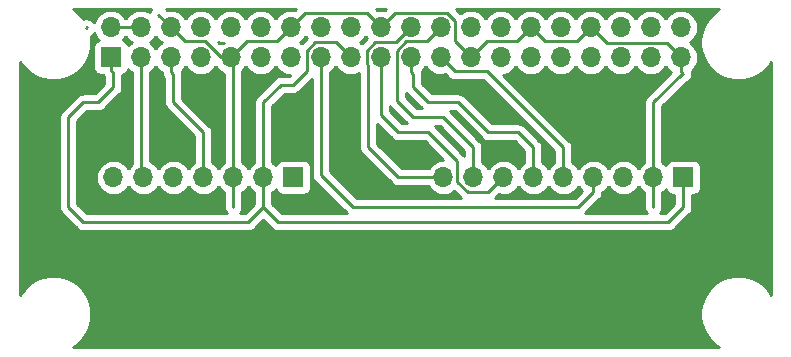
<source format=gbl>
G04 #@! TF.GenerationSoftware,KiCad,Pcbnew,(5.1.2-1)-1*
G04 #@! TF.CreationDate,2019-10-23T09:51:25+02:00*
G04 #@! TF.ProjectId,rpiz_pi_platter,7270697a-5f70-4695-9f70-6c6174746572,1.0*
G04 #@! TF.SameCoordinates,Original*
G04 #@! TF.FileFunction,Copper,L2,Bot*
G04 #@! TF.FilePolarity,Positive*
%FSLAX46Y46*%
G04 Gerber Fmt 4.6, Leading zero omitted, Abs format (unit mm)*
G04 Created by KiCad (PCBNEW (5.1.2-1)-1) date 2019-10-23 09:51:25*
%MOMM*%
%LPD*%
G04 APERTURE LIST*
%ADD10O,1.700000X1.700000*%
%ADD11R,1.700000X1.700000*%
%ADD12C,0.250000*%
%ADD13C,0.254000*%
G04 APERTURE END LIST*
D10*
X126112000Y-105998000D03*
X128652000Y-105998000D03*
X131192000Y-105998000D03*
X133732000Y-105998000D03*
X136272000Y-105998000D03*
X138812000Y-105998000D03*
D11*
X141352000Y-105998000D03*
X174372000Y-105998000D03*
D10*
X171832000Y-105998000D03*
X169292000Y-105998000D03*
X166752000Y-105998000D03*
X164212000Y-105998000D03*
X161672000Y-105998000D03*
X159132000Y-105998000D03*
X156592000Y-105998000D03*
X154052000Y-105998000D03*
D11*
X125902000Y-95838000D03*
D10*
X125902000Y-93298000D03*
X128442000Y-95838000D03*
X128442000Y-93298000D03*
X130982000Y-95838000D03*
X130982000Y-93298000D03*
X133522000Y-95838000D03*
X133522000Y-93298000D03*
X136062000Y-95838000D03*
X136062000Y-93298000D03*
X138602000Y-95838000D03*
X138602000Y-93298000D03*
X141142000Y-95838000D03*
X141142000Y-93298000D03*
X143682000Y-95838000D03*
X143682000Y-93298000D03*
X146222000Y-95838000D03*
X146222000Y-93298000D03*
X148762000Y-95838000D03*
X148762000Y-93298000D03*
X151302000Y-95838000D03*
X151302000Y-93298000D03*
X153842000Y-95838000D03*
X153842000Y-93298000D03*
X156382000Y-95838000D03*
X156382000Y-93298000D03*
X158922000Y-95838000D03*
X158922000Y-93298000D03*
X161462000Y-95838000D03*
X161462000Y-93298000D03*
X164002000Y-95838000D03*
X164002000Y-93298000D03*
X166542000Y-95838000D03*
X166542000Y-93298000D03*
X169082000Y-95838000D03*
X169082000Y-93298000D03*
X171622000Y-95838000D03*
X171622000Y-93298000D03*
X174162000Y-95838000D03*
X174162000Y-93298000D03*
D12*
X135096999Y-94662999D02*
X135497999Y-94662999D01*
X135002000Y-94568000D02*
X135096999Y-94662999D01*
X125902000Y-96938000D02*
X126112000Y-97148000D01*
X125902000Y-95838000D02*
X125902000Y-96938000D01*
X126112000Y-97148000D02*
X126112000Y-98378000D01*
X126112000Y-98378000D02*
X124842000Y-99648000D01*
X124842000Y-99648000D02*
X123572000Y-99648000D01*
X123572000Y-99648000D02*
X122302000Y-100918000D01*
X122302000Y-100918000D02*
X122302000Y-108538000D01*
X122302000Y-108538000D02*
X123572000Y-109808000D01*
X123572000Y-109808000D02*
X137542000Y-109808000D01*
X138812000Y-108538000D02*
X138812000Y-107200081D01*
X138812000Y-107200081D02*
X138812000Y-105998000D01*
X137542000Y-109808000D02*
X138812000Y-108538000D01*
X140082000Y-109808000D02*
X138812000Y-108538000D01*
X173102000Y-109808000D02*
X140082000Y-109808000D01*
X174372000Y-108538000D02*
X173102000Y-109808000D01*
X174372000Y-105998000D02*
X174372000Y-108538000D01*
X138812000Y-104728000D02*
X138812000Y-105998000D01*
X138812000Y-99648000D02*
X138812000Y-104728000D01*
X140312002Y-98147998D02*
X138812000Y-99648000D01*
X142506999Y-95273999D02*
X142506999Y-96992999D01*
X141352000Y-98147998D02*
X140312002Y-98147998D01*
X142506999Y-96992999D02*
X141352000Y-98147998D01*
X143212998Y-94568000D02*
X142506999Y-95273999D01*
X144952000Y-94568000D02*
X143212998Y-94568000D01*
X146222000Y-95838000D02*
X144952000Y-94568000D01*
X125902000Y-93298000D02*
X128442000Y-93298000D01*
X123846758Y-93298000D02*
X123833769Y-93356311D01*
X128442000Y-105788000D02*
X128652000Y-105998000D01*
X128442000Y-95838000D02*
X128442000Y-105788000D01*
X130982000Y-97040081D02*
X131192000Y-97250081D01*
X130982000Y-95838000D02*
X130982000Y-97040081D01*
X131192000Y-97250081D02*
X131192000Y-99648000D01*
X133732000Y-102188000D02*
X133732000Y-105998000D01*
X131192000Y-99648000D02*
X133732000Y-102188000D01*
X174162000Y-97040081D02*
X174372000Y-97250081D01*
X174162000Y-95838000D02*
X174162000Y-97040081D01*
X174372000Y-97250081D02*
X174229919Y-97250081D01*
X174229919Y-97250081D02*
X171832000Y-99648000D01*
X171832000Y-99648000D02*
X171832000Y-105998000D01*
X136272000Y-96048000D02*
X136062000Y-95838000D01*
X136272000Y-105998000D02*
X136272000Y-96048000D01*
X135261002Y-95838000D02*
X136062000Y-95838000D01*
X133896003Y-94473001D02*
X135261002Y-95838000D01*
X132157001Y-94473001D02*
X133896003Y-94473001D01*
X130982000Y-93298000D02*
X132157001Y-94473001D01*
X140292001Y-94147999D02*
X141142000Y-93298000D01*
X137426999Y-94473001D02*
X139966999Y-94473001D01*
X139966999Y-94473001D02*
X140292001Y-94147999D01*
X136062000Y-95838000D02*
X137426999Y-94473001D01*
X147586999Y-92122999D02*
X147912001Y-92448001D01*
X147912001Y-92448001D02*
X148762000Y-93298000D01*
X142317001Y-92122999D02*
X147586999Y-92122999D01*
X141142000Y-93298000D02*
X142317001Y-92122999D01*
X155532001Y-94988001D02*
X156382000Y-95838000D01*
X155017001Y-94473001D02*
X155532001Y-94988001D01*
X155017001Y-92733999D02*
X155017001Y-94473001D01*
X154406001Y-92122999D02*
X155017001Y-92733999D01*
X149937001Y-92122999D02*
X154406001Y-92122999D01*
X148762000Y-93298000D02*
X149937001Y-92122999D01*
X160286999Y-94473001D02*
X160612001Y-94147999D01*
X160612001Y-94147999D02*
X161462000Y-93298000D01*
X157746999Y-94473001D02*
X160286999Y-94473001D01*
X156382000Y-95838000D02*
X157746999Y-94473001D01*
X165692001Y-94147999D02*
X166542000Y-93298000D01*
X165366999Y-94473001D02*
X165692001Y-94147999D01*
X162637001Y-94473001D02*
X165366999Y-94473001D01*
X161462000Y-93298000D02*
X162637001Y-94473001D01*
X167906999Y-94662999D02*
X172986999Y-94662999D01*
X173312001Y-94988001D02*
X174162000Y-95838000D01*
X172986999Y-94662999D02*
X173312001Y-94988001D01*
X166542000Y-93298000D02*
X167906999Y-94662999D01*
X171832000Y-108538000D02*
X171832000Y-105998000D01*
X136272000Y-105998000D02*
X136272000Y-108538000D01*
X130982000Y-93298000D02*
X129922000Y-92238000D01*
X146432000Y-108538000D02*
X143682000Y-105788000D01*
X166752000Y-107268000D02*
X165482000Y-108538000D01*
X143682000Y-105788000D02*
X143682000Y-95838000D01*
X165482000Y-108538000D02*
X146432000Y-108538000D01*
X166752000Y-105998000D02*
X166752000Y-107268000D01*
X150242000Y-102188000D02*
X148762000Y-100708000D01*
X155227001Y-104633001D02*
X152782000Y-102188000D01*
X148762000Y-100708000D02*
X148762000Y-95838000D01*
X152782000Y-102188000D02*
X150242000Y-102188000D01*
X156122998Y-107268000D02*
X155227001Y-106372003D01*
X155227001Y-106372003D02*
X155227001Y-104633001D01*
X157862000Y-107268000D02*
X156122998Y-107268000D01*
X159132000Y-105998000D02*
X157862000Y-107268000D01*
X151302000Y-97040081D02*
X151512000Y-97250081D01*
X151302000Y-95838000D02*
X151302000Y-97040081D01*
X151512000Y-97250081D02*
X151512000Y-98378000D01*
X151512000Y-98378000D02*
X152782000Y-99648000D01*
X152782000Y-99648000D02*
X155322000Y-99648000D01*
X155322000Y-99648000D02*
X157862000Y-102188000D01*
X157862000Y-102188000D02*
X160402000Y-102188000D01*
X161672000Y-103458000D02*
X161672000Y-105998000D01*
X160402000Y-102188000D02*
X161672000Y-103458000D01*
X148292998Y-94568000D02*
X150032000Y-94568000D01*
X147586999Y-96402001D02*
X147586999Y-95273999D01*
X147702000Y-96517002D02*
X147586999Y-96402001D01*
X147702000Y-103458000D02*
X147702000Y-96517002D01*
X150032000Y-94568000D02*
X151302000Y-93298000D01*
X147586999Y-95273999D02*
X148292998Y-94568000D01*
X150242000Y-105998000D02*
X147702000Y-103458000D01*
X154052000Y-105998000D02*
X150242000Y-105998000D01*
X155017001Y-97013001D02*
X157767001Y-97013001D01*
X153842000Y-95838000D02*
X155017001Y-97013001D01*
X164212000Y-103458000D02*
X164212000Y-105998000D01*
X157767001Y-97013001D02*
X164212000Y-103458000D01*
X156592000Y-103458000D02*
X156592000Y-105998000D01*
X151512000Y-100918000D02*
X154052000Y-100918000D01*
X154052000Y-100918000D02*
X156592000Y-103458000D01*
X153842000Y-93298000D02*
X152666999Y-94473001D01*
X150126999Y-99532999D02*
X151512000Y-100918000D01*
X150927997Y-94473001D02*
X150126999Y-95273999D01*
X150126999Y-95273999D02*
X150126999Y-99532999D01*
X152666999Y-94473001D02*
X150927997Y-94473001D01*
D13*
G36*
X176974907Y-92061425D02*
G01*
X176525425Y-92510907D01*
X176172270Y-93039442D01*
X175929012Y-93626719D01*
X175805000Y-94250168D01*
X175805000Y-94885832D01*
X175929012Y-95509281D01*
X176172270Y-96096558D01*
X176525425Y-96625093D01*
X176974907Y-97074575D01*
X177503442Y-97427730D01*
X178090719Y-97670988D01*
X178714168Y-97795000D01*
X179349832Y-97795000D01*
X179973281Y-97670988D01*
X180560558Y-97427730D01*
X181089093Y-97074575D01*
X181538575Y-96625093D01*
X181822000Y-96200916D01*
X181822001Y-115935085D01*
X181538575Y-115510907D01*
X181089093Y-115061425D01*
X180560558Y-114708270D01*
X179973281Y-114465012D01*
X179349832Y-114341000D01*
X178714168Y-114341000D01*
X178090719Y-114465012D01*
X177503442Y-114708270D01*
X176974907Y-115061425D01*
X176525425Y-115510907D01*
X176172270Y-116039442D01*
X175929012Y-116626719D01*
X175805000Y-117250168D01*
X175805000Y-117885832D01*
X175929012Y-118509281D01*
X176172270Y-119096558D01*
X176525425Y-119625093D01*
X176974907Y-120074575D01*
X177399083Y-120358000D01*
X122664917Y-120358000D01*
X123089093Y-120074575D01*
X123538575Y-119625093D01*
X123891730Y-119096558D01*
X124134988Y-118509281D01*
X124259000Y-117885832D01*
X124259000Y-117250168D01*
X124134988Y-116626719D01*
X123891730Y-116039442D01*
X123538575Y-115510907D01*
X123089093Y-115061425D01*
X122560558Y-114708270D01*
X121973281Y-114465012D01*
X121349832Y-114341000D01*
X120714168Y-114341000D01*
X120090719Y-114465012D01*
X119503442Y-114708270D01*
X118974907Y-115061425D01*
X118525425Y-115510907D01*
X118242000Y-115935083D01*
X118242000Y-96200917D01*
X118525425Y-96625093D01*
X118974907Y-97074575D01*
X119503442Y-97427730D01*
X120090719Y-97670988D01*
X120714168Y-97795000D01*
X121349832Y-97795000D01*
X121973281Y-97670988D01*
X122560558Y-97427730D01*
X123089093Y-97074575D01*
X123538575Y-96625093D01*
X123891730Y-96096558D01*
X124134988Y-95509281D01*
X124259000Y-94885832D01*
X124259000Y-94250168D01*
X124212508Y-94016440D01*
X124243441Y-94000803D01*
X124361304Y-93908496D01*
X124458894Y-93794969D01*
X124486234Y-93746512D01*
X124523401Y-93869034D01*
X124661294Y-94127014D01*
X124846866Y-94353134D01*
X124876687Y-94377607D01*
X124807820Y-94398498D01*
X124697506Y-94457463D01*
X124600815Y-94536815D01*
X124521463Y-94633506D01*
X124462498Y-94743820D01*
X124426188Y-94863518D01*
X124413928Y-94988000D01*
X124413928Y-96688000D01*
X124426188Y-96812482D01*
X124462498Y-96932180D01*
X124521463Y-97042494D01*
X124600815Y-97139185D01*
X124697506Y-97218537D01*
X124807820Y-97277502D01*
X124927518Y-97313812D01*
X125052000Y-97326072D01*
X125247674Y-97326072D01*
X125267026Y-97362276D01*
X125338201Y-97449002D01*
X125352000Y-97465816D01*
X125352001Y-98063197D01*
X124527199Y-98888000D01*
X123609322Y-98888000D01*
X123571999Y-98884324D01*
X123534676Y-98888000D01*
X123534667Y-98888000D01*
X123423014Y-98898997D01*
X123279753Y-98942454D01*
X123147724Y-99013026D01*
X123031999Y-99107999D01*
X123008201Y-99136997D01*
X121791003Y-100354196D01*
X121761999Y-100377999D01*
X121731015Y-100415754D01*
X121667026Y-100493724D01*
X121632127Y-100559015D01*
X121596454Y-100625754D01*
X121552997Y-100769015D01*
X121542000Y-100880668D01*
X121542000Y-100880678D01*
X121538324Y-100918000D01*
X121542000Y-100955322D01*
X121542001Y-108500668D01*
X121538324Y-108538000D01*
X121542001Y-108575332D01*
X121542001Y-108575333D01*
X121552998Y-108686986D01*
X121566180Y-108730442D01*
X121596454Y-108830246D01*
X121667026Y-108962276D01*
X121737379Y-109048000D01*
X121762000Y-109078001D01*
X121790998Y-109101799D01*
X123008201Y-110319003D01*
X123031999Y-110348001D01*
X123147724Y-110442974D01*
X123279753Y-110513546D01*
X123423014Y-110557003D01*
X123534667Y-110568000D01*
X123534676Y-110568000D01*
X123571999Y-110571676D01*
X123609322Y-110568000D01*
X137504678Y-110568000D01*
X137542000Y-110571676D01*
X137579322Y-110568000D01*
X137579333Y-110568000D01*
X137690986Y-110557003D01*
X137834247Y-110513546D01*
X137966276Y-110442974D01*
X138082001Y-110348001D01*
X138105804Y-110318997D01*
X138812000Y-109612802D01*
X139518201Y-110319003D01*
X139541999Y-110348001D01*
X139657724Y-110442974D01*
X139789753Y-110513546D01*
X139933014Y-110557003D01*
X140044667Y-110568000D01*
X140044676Y-110568000D01*
X140081999Y-110571676D01*
X140119322Y-110568000D01*
X173064678Y-110568000D01*
X173102000Y-110571676D01*
X173139322Y-110568000D01*
X173139333Y-110568000D01*
X173250986Y-110557003D01*
X173394247Y-110513546D01*
X173526276Y-110442974D01*
X173642001Y-110348001D01*
X173665804Y-110318997D01*
X174883003Y-109101799D01*
X174912001Y-109078001D01*
X175006974Y-108962276D01*
X175077546Y-108830247D01*
X175121003Y-108686986D01*
X175132000Y-108575333D01*
X175132000Y-108575324D01*
X175135676Y-108538001D01*
X175132000Y-108500678D01*
X175132000Y-107486072D01*
X175222000Y-107486072D01*
X175346482Y-107473812D01*
X175466180Y-107437502D01*
X175576494Y-107378537D01*
X175673185Y-107299185D01*
X175752537Y-107202494D01*
X175811502Y-107092180D01*
X175847812Y-106972482D01*
X175860072Y-106848000D01*
X175860072Y-105148000D01*
X175847812Y-105023518D01*
X175811502Y-104903820D01*
X175752537Y-104793506D01*
X175673185Y-104696815D01*
X175576494Y-104617463D01*
X175466180Y-104558498D01*
X175346482Y-104522188D01*
X175222000Y-104509928D01*
X173522000Y-104509928D01*
X173397518Y-104522188D01*
X173277820Y-104558498D01*
X173167506Y-104617463D01*
X173070815Y-104696815D01*
X172991463Y-104793506D01*
X172932498Y-104903820D01*
X172911607Y-104972687D01*
X172887134Y-104942866D01*
X172661014Y-104757294D01*
X172592000Y-104720405D01*
X172592000Y-99962801D01*
X174570841Y-97983961D01*
X174664247Y-97955627D01*
X174796276Y-97885055D01*
X174912001Y-97790082D01*
X175006974Y-97674357D01*
X175077546Y-97542328D01*
X175121003Y-97399067D01*
X175135677Y-97250081D01*
X175121003Y-97101095D01*
X175089655Y-96997753D01*
X175217134Y-96893134D01*
X175402706Y-96667014D01*
X175540599Y-96409034D01*
X175625513Y-96129111D01*
X175654185Y-95838000D01*
X175625513Y-95546889D01*
X175540599Y-95266966D01*
X175402706Y-95008986D01*
X175217134Y-94782866D01*
X174991014Y-94597294D01*
X174936209Y-94568000D01*
X174991014Y-94538706D01*
X175217134Y-94353134D01*
X175402706Y-94127014D01*
X175540599Y-93869034D01*
X175625513Y-93589111D01*
X175654185Y-93298000D01*
X175625513Y-93006889D01*
X175540599Y-92726966D01*
X175402706Y-92468986D01*
X175217134Y-92242866D01*
X174991014Y-92057294D01*
X174733034Y-91919401D01*
X174453111Y-91834487D01*
X174234950Y-91813000D01*
X174089050Y-91813000D01*
X173870889Y-91834487D01*
X173590966Y-91919401D01*
X173332986Y-92057294D01*
X173106866Y-92242866D01*
X172921294Y-92468986D01*
X172892000Y-92523791D01*
X172862706Y-92468986D01*
X172677134Y-92242866D01*
X172451014Y-92057294D01*
X172193034Y-91919401D01*
X171913111Y-91834487D01*
X171694950Y-91813000D01*
X171549050Y-91813000D01*
X171330889Y-91834487D01*
X171050966Y-91919401D01*
X170792986Y-92057294D01*
X170566866Y-92242866D01*
X170381294Y-92468986D01*
X170352000Y-92523791D01*
X170322706Y-92468986D01*
X170137134Y-92242866D01*
X169911014Y-92057294D01*
X169653034Y-91919401D01*
X169373111Y-91834487D01*
X169154950Y-91813000D01*
X169009050Y-91813000D01*
X168790889Y-91834487D01*
X168510966Y-91919401D01*
X168252986Y-92057294D01*
X168026866Y-92242866D01*
X167841294Y-92468986D01*
X167812000Y-92523791D01*
X167782706Y-92468986D01*
X167597134Y-92242866D01*
X167371014Y-92057294D01*
X167113034Y-91919401D01*
X166833111Y-91834487D01*
X166614950Y-91813000D01*
X166469050Y-91813000D01*
X166250889Y-91834487D01*
X165970966Y-91919401D01*
X165712986Y-92057294D01*
X165486866Y-92242866D01*
X165301294Y-92468986D01*
X165272000Y-92523791D01*
X165242706Y-92468986D01*
X165057134Y-92242866D01*
X164831014Y-92057294D01*
X164573034Y-91919401D01*
X164293111Y-91834487D01*
X164074950Y-91813000D01*
X163929050Y-91813000D01*
X163710889Y-91834487D01*
X163430966Y-91919401D01*
X163172986Y-92057294D01*
X162946866Y-92242866D01*
X162761294Y-92468986D01*
X162732000Y-92523791D01*
X162702706Y-92468986D01*
X162517134Y-92242866D01*
X162291014Y-92057294D01*
X162033034Y-91919401D01*
X161753111Y-91834487D01*
X161534950Y-91813000D01*
X161389050Y-91813000D01*
X161170889Y-91834487D01*
X160890966Y-91919401D01*
X160632986Y-92057294D01*
X160406866Y-92242866D01*
X160221294Y-92468986D01*
X160192000Y-92523791D01*
X160162706Y-92468986D01*
X159977134Y-92242866D01*
X159751014Y-92057294D01*
X159493034Y-91919401D01*
X159213111Y-91834487D01*
X158994950Y-91813000D01*
X158849050Y-91813000D01*
X158630889Y-91834487D01*
X158350966Y-91919401D01*
X158092986Y-92057294D01*
X157866866Y-92242866D01*
X157681294Y-92468986D01*
X157652000Y-92523791D01*
X157622706Y-92468986D01*
X157437134Y-92242866D01*
X157211014Y-92057294D01*
X156953034Y-91919401D01*
X156673111Y-91834487D01*
X156454950Y-91813000D01*
X156309050Y-91813000D01*
X156090889Y-91834487D01*
X155810966Y-91919401D01*
X155552986Y-92057294D01*
X155477252Y-92119447D01*
X155135804Y-91778000D01*
X177399083Y-91778000D01*
X176974907Y-92061425D01*
X176974907Y-92061425D01*
G37*
X176974907Y-92061425D02*
X176525425Y-92510907D01*
X176172270Y-93039442D01*
X175929012Y-93626719D01*
X175805000Y-94250168D01*
X175805000Y-94885832D01*
X175929012Y-95509281D01*
X176172270Y-96096558D01*
X176525425Y-96625093D01*
X176974907Y-97074575D01*
X177503442Y-97427730D01*
X178090719Y-97670988D01*
X178714168Y-97795000D01*
X179349832Y-97795000D01*
X179973281Y-97670988D01*
X180560558Y-97427730D01*
X181089093Y-97074575D01*
X181538575Y-96625093D01*
X181822000Y-96200916D01*
X181822001Y-115935085D01*
X181538575Y-115510907D01*
X181089093Y-115061425D01*
X180560558Y-114708270D01*
X179973281Y-114465012D01*
X179349832Y-114341000D01*
X178714168Y-114341000D01*
X178090719Y-114465012D01*
X177503442Y-114708270D01*
X176974907Y-115061425D01*
X176525425Y-115510907D01*
X176172270Y-116039442D01*
X175929012Y-116626719D01*
X175805000Y-117250168D01*
X175805000Y-117885832D01*
X175929012Y-118509281D01*
X176172270Y-119096558D01*
X176525425Y-119625093D01*
X176974907Y-120074575D01*
X177399083Y-120358000D01*
X122664917Y-120358000D01*
X123089093Y-120074575D01*
X123538575Y-119625093D01*
X123891730Y-119096558D01*
X124134988Y-118509281D01*
X124259000Y-117885832D01*
X124259000Y-117250168D01*
X124134988Y-116626719D01*
X123891730Y-116039442D01*
X123538575Y-115510907D01*
X123089093Y-115061425D01*
X122560558Y-114708270D01*
X121973281Y-114465012D01*
X121349832Y-114341000D01*
X120714168Y-114341000D01*
X120090719Y-114465012D01*
X119503442Y-114708270D01*
X118974907Y-115061425D01*
X118525425Y-115510907D01*
X118242000Y-115935083D01*
X118242000Y-96200917D01*
X118525425Y-96625093D01*
X118974907Y-97074575D01*
X119503442Y-97427730D01*
X120090719Y-97670988D01*
X120714168Y-97795000D01*
X121349832Y-97795000D01*
X121973281Y-97670988D01*
X122560558Y-97427730D01*
X123089093Y-97074575D01*
X123538575Y-96625093D01*
X123891730Y-96096558D01*
X124134988Y-95509281D01*
X124259000Y-94885832D01*
X124259000Y-94250168D01*
X124212508Y-94016440D01*
X124243441Y-94000803D01*
X124361304Y-93908496D01*
X124458894Y-93794969D01*
X124486234Y-93746512D01*
X124523401Y-93869034D01*
X124661294Y-94127014D01*
X124846866Y-94353134D01*
X124876687Y-94377607D01*
X124807820Y-94398498D01*
X124697506Y-94457463D01*
X124600815Y-94536815D01*
X124521463Y-94633506D01*
X124462498Y-94743820D01*
X124426188Y-94863518D01*
X124413928Y-94988000D01*
X124413928Y-96688000D01*
X124426188Y-96812482D01*
X124462498Y-96932180D01*
X124521463Y-97042494D01*
X124600815Y-97139185D01*
X124697506Y-97218537D01*
X124807820Y-97277502D01*
X124927518Y-97313812D01*
X125052000Y-97326072D01*
X125247674Y-97326072D01*
X125267026Y-97362276D01*
X125338201Y-97449002D01*
X125352000Y-97465816D01*
X125352001Y-98063197D01*
X124527199Y-98888000D01*
X123609322Y-98888000D01*
X123571999Y-98884324D01*
X123534676Y-98888000D01*
X123534667Y-98888000D01*
X123423014Y-98898997D01*
X123279753Y-98942454D01*
X123147724Y-99013026D01*
X123031999Y-99107999D01*
X123008201Y-99136997D01*
X121791003Y-100354196D01*
X121761999Y-100377999D01*
X121731015Y-100415754D01*
X121667026Y-100493724D01*
X121632127Y-100559015D01*
X121596454Y-100625754D01*
X121552997Y-100769015D01*
X121542000Y-100880668D01*
X121542000Y-100880678D01*
X121538324Y-100918000D01*
X121542000Y-100955322D01*
X121542001Y-108500668D01*
X121538324Y-108538000D01*
X121542001Y-108575332D01*
X121542001Y-108575333D01*
X121552998Y-108686986D01*
X121566180Y-108730442D01*
X121596454Y-108830246D01*
X121667026Y-108962276D01*
X121737379Y-109048000D01*
X121762000Y-109078001D01*
X121790998Y-109101799D01*
X123008201Y-110319003D01*
X123031999Y-110348001D01*
X123147724Y-110442974D01*
X123279753Y-110513546D01*
X123423014Y-110557003D01*
X123534667Y-110568000D01*
X123534676Y-110568000D01*
X123571999Y-110571676D01*
X123609322Y-110568000D01*
X137504678Y-110568000D01*
X137542000Y-110571676D01*
X137579322Y-110568000D01*
X137579333Y-110568000D01*
X137690986Y-110557003D01*
X137834247Y-110513546D01*
X137966276Y-110442974D01*
X138082001Y-110348001D01*
X138105804Y-110318997D01*
X138812000Y-109612802D01*
X139518201Y-110319003D01*
X139541999Y-110348001D01*
X139657724Y-110442974D01*
X139789753Y-110513546D01*
X139933014Y-110557003D01*
X140044667Y-110568000D01*
X140044676Y-110568000D01*
X140081999Y-110571676D01*
X140119322Y-110568000D01*
X173064678Y-110568000D01*
X173102000Y-110571676D01*
X173139322Y-110568000D01*
X173139333Y-110568000D01*
X173250986Y-110557003D01*
X173394247Y-110513546D01*
X173526276Y-110442974D01*
X173642001Y-110348001D01*
X173665804Y-110318997D01*
X174883003Y-109101799D01*
X174912001Y-109078001D01*
X175006974Y-108962276D01*
X175077546Y-108830247D01*
X175121003Y-108686986D01*
X175132000Y-108575333D01*
X175132000Y-108575324D01*
X175135676Y-108538001D01*
X175132000Y-108500678D01*
X175132000Y-107486072D01*
X175222000Y-107486072D01*
X175346482Y-107473812D01*
X175466180Y-107437502D01*
X175576494Y-107378537D01*
X175673185Y-107299185D01*
X175752537Y-107202494D01*
X175811502Y-107092180D01*
X175847812Y-106972482D01*
X175860072Y-106848000D01*
X175860072Y-105148000D01*
X175847812Y-105023518D01*
X175811502Y-104903820D01*
X175752537Y-104793506D01*
X175673185Y-104696815D01*
X175576494Y-104617463D01*
X175466180Y-104558498D01*
X175346482Y-104522188D01*
X175222000Y-104509928D01*
X173522000Y-104509928D01*
X173397518Y-104522188D01*
X173277820Y-104558498D01*
X173167506Y-104617463D01*
X173070815Y-104696815D01*
X172991463Y-104793506D01*
X172932498Y-104903820D01*
X172911607Y-104972687D01*
X172887134Y-104942866D01*
X172661014Y-104757294D01*
X172592000Y-104720405D01*
X172592000Y-99962801D01*
X174570841Y-97983961D01*
X174664247Y-97955627D01*
X174796276Y-97885055D01*
X174912001Y-97790082D01*
X175006974Y-97674357D01*
X175077546Y-97542328D01*
X175121003Y-97399067D01*
X175135677Y-97250081D01*
X175121003Y-97101095D01*
X175089655Y-96997753D01*
X175217134Y-96893134D01*
X175402706Y-96667014D01*
X175540599Y-96409034D01*
X175625513Y-96129111D01*
X175654185Y-95838000D01*
X175625513Y-95546889D01*
X175540599Y-95266966D01*
X175402706Y-95008986D01*
X175217134Y-94782866D01*
X174991014Y-94597294D01*
X174936209Y-94568000D01*
X174991014Y-94538706D01*
X175217134Y-94353134D01*
X175402706Y-94127014D01*
X175540599Y-93869034D01*
X175625513Y-93589111D01*
X175654185Y-93298000D01*
X175625513Y-93006889D01*
X175540599Y-92726966D01*
X175402706Y-92468986D01*
X175217134Y-92242866D01*
X174991014Y-92057294D01*
X174733034Y-91919401D01*
X174453111Y-91834487D01*
X174234950Y-91813000D01*
X174089050Y-91813000D01*
X173870889Y-91834487D01*
X173590966Y-91919401D01*
X173332986Y-92057294D01*
X173106866Y-92242866D01*
X172921294Y-92468986D01*
X172892000Y-92523791D01*
X172862706Y-92468986D01*
X172677134Y-92242866D01*
X172451014Y-92057294D01*
X172193034Y-91919401D01*
X171913111Y-91834487D01*
X171694950Y-91813000D01*
X171549050Y-91813000D01*
X171330889Y-91834487D01*
X171050966Y-91919401D01*
X170792986Y-92057294D01*
X170566866Y-92242866D01*
X170381294Y-92468986D01*
X170352000Y-92523791D01*
X170322706Y-92468986D01*
X170137134Y-92242866D01*
X169911014Y-92057294D01*
X169653034Y-91919401D01*
X169373111Y-91834487D01*
X169154950Y-91813000D01*
X169009050Y-91813000D01*
X168790889Y-91834487D01*
X168510966Y-91919401D01*
X168252986Y-92057294D01*
X168026866Y-92242866D01*
X167841294Y-92468986D01*
X167812000Y-92523791D01*
X167782706Y-92468986D01*
X167597134Y-92242866D01*
X167371014Y-92057294D01*
X167113034Y-91919401D01*
X166833111Y-91834487D01*
X166614950Y-91813000D01*
X166469050Y-91813000D01*
X166250889Y-91834487D01*
X165970966Y-91919401D01*
X165712986Y-92057294D01*
X165486866Y-92242866D01*
X165301294Y-92468986D01*
X165272000Y-92523791D01*
X165242706Y-92468986D01*
X165057134Y-92242866D01*
X164831014Y-92057294D01*
X164573034Y-91919401D01*
X164293111Y-91834487D01*
X164074950Y-91813000D01*
X163929050Y-91813000D01*
X163710889Y-91834487D01*
X163430966Y-91919401D01*
X163172986Y-92057294D01*
X162946866Y-92242866D01*
X162761294Y-92468986D01*
X162732000Y-92523791D01*
X162702706Y-92468986D01*
X162517134Y-92242866D01*
X162291014Y-92057294D01*
X162033034Y-91919401D01*
X161753111Y-91834487D01*
X161534950Y-91813000D01*
X161389050Y-91813000D01*
X161170889Y-91834487D01*
X160890966Y-91919401D01*
X160632986Y-92057294D01*
X160406866Y-92242866D01*
X160221294Y-92468986D01*
X160192000Y-92523791D01*
X160162706Y-92468986D01*
X159977134Y-92242866D01*
X159751014Y-92057294D01*
X159493034Y-91919401D01*
X159213111Y-91834487D01*
X158994950Y-91813000D01*
X158849050Y-91813000D01*
X158630889Y-91834487D01*
X158350966Y-91919401D01*
X158092986Y-92057294D01*
X157866866Y-92242866D01*
X157681294Y-92468986D01*
X157652000Y-92523791D01*
X157622706Y-92468986D01*
X157437134Y-92242866D01*
X157211014Y-92057294D01*
X156953034Y-91919401D01*
X156673111Y-91834487D01*
X156454950Y-91813000D01*
X156309050Y-91813000D01*
X156090889Y-91834487D01*
X155810966Y-91919401D01*
X155552986Y-92057294D01*
X155477252Y-92119447D01*
X155135804Y-91778000D01*
X177399083Y-91778000D01*
X176974907Y-92061425D01*
G36*
X172932498Y-107092180D02*
G01*
X172991463Y-107202494D01*
X173070815Y-107299185D01*
X173167506Y-107378537D01*
X173277820Y-107437502D01*
X173397518Y-107473812D01*
X173522000Y-107486072D01*
X173612001Y-107486072D01*
X173612001Y-108223197D01*
X172787199Y-109048000D01*
X172396622Y-109048000D01*
X172466974Y-108962276D01*
X172537546Y-108830247D01*
X172581003Y-108686986D01*
X172592000Y-108575333D01*
X172592000Y-107275595D01*
X172661014Y-107238706D01*
X172887134Y-107053134D01*
X172911607Y-107023313D01*
X172932498Y-107092180D01*
X172932498Y-107092180D01*
G37*
X172932498Y-107092180D02*
X172991463Y-107202494D01*
X173070815Y-107299185D01*
X173167506Y-107378537D01*
X173277820Y-107437502D01*
X173397518Y-107473812D01*
X173522000Y-107486072D01*
X173612001Y-107486072D01*
X173612001Y-108223197D01*
X172787199Y-109048000D01*
X172396622Y-109048000D01*
X172466974Y-108962276D01*
X172537546Y-108830247D01*
X172581003Y-108686986D01*
X172592000Y-108575333D01*
X172592000Y-107275595D01*
X172661014Y-107238706D01*
X172887134Y-107053134D01*
X172911607Y-107023313D01*
X172932498Y-107092180D01*
G36*
X170591294Y-106827014D02*
G01*
X170776866Y-107053134D01*
X171002986Y-107238706D01*
X171072000Y-107275595D01*
X171072000Y-108575332D01*
X171082997Y-108686985D01*
X171126454Y-108830246D01*
X171197026Y-108962275D01*
X171267378Y-109048000D01*
X166046801Y-109048000D01*
X167263003Y-107831799D01*
X167292001Y-107808001D01*
X167386974Y-107692276D01*
X167457546Y-107560247D01*
X167501003Y-107416986D01*
X167512000Y-107305333D01*
X167512000Y-107305324D01*
X167515091Y-107273943D01*
X167581014Y-107238706D01*
X167807134Y-107053134D01*
X167992706Y-106827014D01*
X168022000Y-106772209D01*
X168051294Y-106827014D01*
X168236866Y-107053134D01*
X168462986Y-107238706D01*
X168720966Y-107376599D01*
X169000889Y-107461513D01*
X169219050Y-107483000D01*
X169364950Y-107483000D01*
X169583111Y-107461513D01*
X169863034Y-107376599D01*
X170121014Y-107238706D01*
X170347134Y-107053134D01*
X170532706Y-106827014D01*
X170562000Y-106772209D01*
X170591294Y-106827014D01*
X170591294Y-106827014D01*
G37*
X170591294Y-106827014D02*
X170776866Y-107053134D01*
X171002986Y-107238706D01*
X171072000Y-107275595D01*
X171072000Y-108575332D01*
X171082997Y-108686985D01*
X171126454Y-108830246D01*
X171197026Y-108962275D01*
X171267378Y-109048000D01*
X166046801Y-109048000D01*
X167263003Y-107831799D01*
X167292001Y-107808001D01*
X167386974Y-107692276D01*
X167457546Y-107560247D01*
X167501003Y-107416986D01*
X167512000Y-107305333D01*
X167512000Y-107305324D01*
X167515091Y-107273943D01*
X167581014Y-107238706D01*
X167807134Y-107053134D01*
X167992706Y-106827014D01*
X168022000Y-106772209D01*
X168051294Y-106827014D01*
X168236866Y-107053134D01*
X168462986Y-107238706D01*
X168720966Y-107376599D01*
X169000889Y-107461513D01*
X169219050Y-107483000D01*
X169364950Y-107483000D01*
X169583111Y-107461513D01*
X169863034Y-107376599D01*
X170121014Y-107238706D01*
X170347134Y-107053134D01*
X170532706Y-106827014D01*
X170562000Y-106772209D01*
X170591294Y-106827014D01*
G36*
X137571294Y-106827014D02*
G01*
X137756866Y-107053134D01*
X137982986Y-107238706D01*
X138052001Y-107275595D01*
X138052000Y-108223198D01*
X137227199Y-109048000D01*
X136836622Y-109048000D01*
X136906974Y-108962276D01*
X136977546Y-108830247D01*
X137021003Y-108686986D01*
X137032000Y-108575333D01*
X137032000Y-107275595D01*
X137101014Y-107238706D01*
X137327134Y-107053134D01*
X137512706Y-106827014D01*
X137542000Y-106772209D01*
X137571294Y-106827014D01*
X137571294Y-106827014D01*
G37*
X137571294Y-106827014D02*
X137756866Y-107053134D01*
X137982986Y-107238706D01*
X138052001Y-107275595D01*
X138052000Y-108223198D01*
X137227199Y-109048000D01*
X136836622Y-109048000D01*
X136906974Y-108962276D01*
X136977546Y-108830247D01*
X137021003Y-108686986D01*
X137032000Y-108575333D01*
X137032000Y-107275595D01*
X137101014Y-107238706D01*
X137327134Y-107053134D01*
X137512706Y-106827014D01*
X137542000Y-106772209D01*
X137571294Y-106827014D01*
G36*
X142922000Y-105750678D02*
G01*
X142918324Y-105788000D01*
X142922000Y-105825322D01*
X142922000Y-105825332D01*
X142932997Y-105936985D01*
X142951506Y-105998001D01*
X142976454Y-106080246D01*
X143047026Y-106212276D01*
X143055842Y-106223018D01*
X143141999Y-106328001D01*
X143171003Y-106351804D01*
X145867198Y-109048000D01*
X140396802Y-109048000D01*
X139572000Y-108223199D01*
X139572000Y-107275595D01*
X139641014Y-107238706D01*
X139867134Y-107053134D01*
X139891607Y-107023313D01*
X139912498Y-107092180D01*
X139971463Y-107202494D01*
X140050815Y-107299185D01*
X140147506Y-107378537D01*
X140257820Y-107437502D01*
X140377518Y-107473812D01*
X140502000Y-107486072D01*
X142202000Y-107486072D01*
X142326482Y-107473812D01*
X142446180Y-107437502D01*
X142556494Y-107378537D01*
X142653185Y-107299185D01*
X142732537Y-107202494D01*
X142791502Y-107092180D01*
X142827812Y-106972482D01*
X142840072Y-106848000D01*
X142840072Y-105148000D01*
X142827812Y-105023518D01*
X142791502Y-104903820D01*
X142732537Y-104793506D01*
X142653185Y-104696815D01*
X142556494Y-104617463D01*
X142446180Y-104558498D01*
X142326482Y-104522188D01*
X142202000Y-104509928D01*
X140502000Y-104509928D01*
X140377518Y-104522188D01*
X140257820Y-104558498D01*
X140147506Y-104617463D01*
X140050815Y-104696815D01*
X139971463Y-104793506D01*
X139912498Y-104903820D01*
X139891607Y-104972687D01*
X139867134Y-104942866D01*
X139641014Y-104757294D01*
X139572000Y-104720405D01*
X139572000Y-99962801D01*
X140626804Y-98907998D01*
X141314678Y-98907998D01*
X141352000Y-98911674D01*
X141389322Y-98907998D01*
X141389333Y-98907998D01*
X141500986Y-98897001D01*
X141644247Y-98853544D01*
X141776276Y-98782972D01*
X141892001Y-98687999D01*
X141915804Y-98658995D01*
X142922001Y-97652799D01*
X142922000Y-105750678D01*
X142922000Y-105750678D01*
G37*
X142922000Y-105750678D02*
X142918324Y-105788000D01*
X142922000Y-105825322D01*
X142922000Y-105825332D01*
X142932997Y-105936985D01*
X142951506Y-105998001D01*
X142976454Y-106080246D01*
X143047026Y-106212276D01*
X143055842Y-106223018D01*
X143141999Y-106328001D01*
X143171003Y-106351804D01*
X145867198Y-109048000D01*
X140396802Y-109048000D01*
X139572000Y-108223199D01*
X139572000Y-107275595D01*
X139641014Y-107238706D01*
X139867134Y-107053134D01*
X139891607Y-107023313D01*
X139912498Y-107092180D01*
X139971463Y-107202494D01*
X140050815Y-107299185D01*
X140147506Y-107378537D01*
X140257820Y-107437502D01*
X140377518Y-107473812D01*
X140502000Y-107486072D01*
X142202000Y-107486072D01*
X142326482Y-107473812D01*
X142446180Y-107437502D01*
X142556494Y-107378537D01*
X142653185Y-107299185D01*
X142732537Y-107202494D01*
X142791502Y-107092180D01*
X142827812Y-106972482D01*
X142840072Y-106848000D01*
X142840072Y-105148000D01*
X142827812Y-105023518D01*
X142791502Y-104903820D01*
X142732537Y-104793506D01*
X142653185Y-104696815D01*
X142556494Y-104617463D01*
X142446180Y-104558498D01*
X142326482Y-104522188D01*
X142202000Y-104509928D01*
X140502000Y-104509928D01*
X140377518Y-104522188D01*
X140257820Y-104558498D01*
X140147506Y-104617463D01*
X140050815Y-104696815D01*
X139971463Y-104793506D01*
X139912498Y-104903820D01*
X139891607Y-104972687D01*
X139867134Y-104942866D01*
X139641014Y-104757294D01*
X139572000Y-104720405D01*
X139572000Y-99962801D01*
X140626804Y-98907998D01*
X141314678Y-98907998D01*
X141352000Y-98911674D01*
X141389322Y-98907998D01*
X141389333Y-98907998D01*
X141500986Y-98897001D01*
X141644247Y-98853544D01*
X141776276Y-98782972D01*
X141892001Y-98687999D01*
X141915804Y-98658995D01*
X142922001Y-97652799D01*
X142922000Y-105750678D01*
G36*
X127386866Y-96893134D02*
G01*
X127612986Y-97078706D01*
X127682000Y-97115595D01*
X127682001Y-104872998D01*
X127596866Y-104942866D01*
X127411294Y-105168986D01*
X127382000Y-105223791D01*
X127352706Y-105168986D01*
X127167134Y-104942866D01*
X126941014Y-104757294D01*
X126683034Y-104619401D01*
X126403111Y-104534487D01*
X126184950Y-104513000D01*
X126039050Y-104513000D01*
X125820889Y-104534487D01*
X125540966Y-104619401D01*
X125282986Y-104757294D01*
X125056866Y-104942866D01*
X124871294Y-105168986D01*
X124733401Y-105426966D01*
X124648487Y-105706889D01*
X124619815Y-105998000D01*
X124648487Y-106289111D01*
X124733401Y-106569034D01*
X124871294Y-106827014D01*
X125056866Y-107053134D01*
X125282986Y-107238706D01*
X125540966Y-107376599D01*
X125820889Y-107461513D01*
X126039050Y-107483000D01*
X126184950Y-107483000D01*
X126403111Y-107461513D01*
X126683034Y-107376599D01*
X126941014Y-107238706D01*
X127167134Y-107053134D01*
X127352706Y-106827014D01*
X127382000Y-106772209D01*
X127411294Y-106827014D01*
X127596866Y-107053134D01*
X127822986Y-107238706D01*
X128080966Y-107376599D01*
X128360889Y-107461513D01*
X128579050Y-107483000D01*
X128724950Y-107483000D01*
X128943111Y-107461513D01*
X129223034Y-107376599D01*
X129481014Y-107238706D01*
X129707134Y-107053134D01*
X129892706Y-106827014D01*
X129922000Y-106772209D01*
X129951294Y-106827014D01*
X130136866Y-107053134D01*
X130362986Y-107238706D01*
X130620966Y-107376599D01*
X130900889Y-107461513D01*
X131119050Y-107483000D01*
X131264950Y-107483000D01*
X131483111Y-107461513D01*
X131763034Y-107376599D01*
X132021014Y-107238706D01*
X132247134Y-107053134D01*
X132432706Y-106827014D01*
X132462000Y-106772209D01*
X132491294Y-106827014D01*
X132676866Y-107053134D01*
X132902986Y-107238706D01*
X133160966Y-107376599D01*
X133440889Y-107461513D01*
X133659050Y-107483000D01*
X133804950Y-107483000D01*
X134023111Y-107461513D01*
X134303034Y-107376599D01*
X134561014Y-107238706D01*
X134787134Y-107053134D01*
X134972706Y-106827014D01*
X135002000Y-106772209D01*
X135031294Y-106827014D01*
X135216866Y-107053134D01*
X135442986Y-107238706D01*
X135512001Y-107275595D01*
X135512001Y-108575333D01*
X135522998Y-108686986D01*
X135566455Y-108830247D01*
X135637027Y-108962276D01*
X135707379Y-109048000D01*
X123886802Y-109048000D01*
X123062000Y-108223199D01*
X123062000Y-101232801D01*
X123886802Y-100408000D01*
X124804678Y-100408000D01*
X124842000Y-100411676D01*
X124879322Y-100408000D01*
X124879333Y-100408000D01*
X124990986Y-100397003D01*
X125134247Y-100353546D01*
X125266276Y-100282974D01*
X125382001Y-100188001D01*
X125405804Y-100158997D01*
X126623003Y-98941799D01*
X126652001Y-98918001D01*
X126746974Y-98802276D01*
X126817546Y-98670247D01*
X126861003Y-98526986D01*
X126872000Y-98415333D01*
X126872000Y-98415324D01*
X126875676Y-98378001D01*
X126872000Y-98340678D01*
X126872000Y-97314253D01*
X126876482Y-97313812D01*
X126996180Y-97277502D01*
X127106494Y-97218537D01*
X127203185Y-97139185D01*
X127282537Y-97042494D01*
X127341502Y-96932180D01*
X127362393Y-96863313D01*
X127386866Y-96893134D01*
X127386866Y-96893134D01*
G37*
X127386866Y-96893134D02*
X127612986Y-97078706D01*
X127682000Y-97115595D01*
X127682001Y-104872998D01*
X127596866Y-104942866D01*
X127411294Y-105168986D01*
X127382000Y-105223791D01*
X127352706Y-105168986D01*
X127167134Y-104942866D01*
X126941014Y-104757294D01*
X126683034Y-104619401D01*
X126403111Y-104534487D01*
X126184950Y-104513000D01*
X126039050Y-104513000D01*
X125820889Y-104534487D01*
X125540966Y-104619401D01*
X125282986Y-104757294D01*
X125056866Y-104942866D01*
X124871294Y-105168986D01*
X124733401Y-105426966D01*
X124648487Y-105706889D01*
X124619815Y-105998000D01*
X124648487Y-106289111D01*
X124733401Y-106569034D01*
X124871294Y-106827014D01*
X125056866Y-107053134D01*
X125282986Y-107238706D01*
X125540966Y-107376599D01*
X125820889Y-107461513D01*
X126039050Y-107483000D01*
X126184950Y-107483000D01*
X126403111Y-107461513D01*
X126683034Y-107376599D01*
X126941014Y-107238706D01*
X127167134Y-107053134D01*
X127352706Y-106827014D01*
X127382000Y-106772209D01*
X127411294Y-106827014D01*
X127596866Y-107053134D01*
X127822986Y-107238706D01*
X128080966Y-107376599D01*
X128360889Y-107461513D01*
X128579050Y-107483000D01*
X128724950Y-107483000D01*
X128943111Y-107461513D01*
X129223034Y-107376599D01*
X129481014Y-107238706D01*
X129707134Y-107053134D01*
X129892706Y-106827014D01*
X129922000Y-106772209D01*
X129951294Y-106827014D01*
X130136866Y-107053134D01*
X130362986Y-107238706D01*
X130620966Y-107376599D01*
X130900889Y-107461513D01*
X131119050Y-107483000D01*
X131264950Y-107483000D01*
X131483111Y-107461513D01*
X131763034Y-107376599D01*
X132021014Y-107238706D01*
X132247134Y-107053134D01*
X132432706Y-106827014D01*
X132462000Y-106772209D01*
X132491294Y-106827014D01*
X132676866Y-107053134D01*
X132902986Y-107238706D01*
X133160966Y-107376599D01*
X133440889Y-107461513D01*
X133659050Y-107483000D01*
X133804950Y-107483000D01*
X134023111Y-107461513D01*
X134303034Y-107376599D01*
X134561014Y-107238706D01*
X134787134Y-107053134D01*
X134972706Y-106827014D01*
X135002000Y-106772209D01*
X135031294Y-106827014D01*
X135216866Y-107053134D01*
X135442986Y-107238706D01*
X135512001Y-107275595D01*
X135512001Y-108575333D01*
X135522998Y-108686986D01*
X135566455Y-108830247D01*
X135637027Y-108962276D01*
X135707379Y-109048000D01*
X123886802Y-109048000D01*
X123062000Y-108223199D01*
X123062000Y-101232801D01*
X123886802Y-100408000D01*
X124804678Y-100408000D01*
X124842000Y-100411676D01*
X124879322Y-100408000D01*
X124879333Y-100408000D01*
X124990986Y-100397003D01*
X125134247Y-100353546D01*
X125266276Y-100282974D01*
X125382001Y-100188001D01*
X125405804Y-100158997D01*
X126623003Y-98941799D01*
X126652001Y-98918001D01*
X126746974Y-98802276D01*
X126817546Y-98670247D01*
X126861003Y-98526986D01*
X126872000Y-98415333D01*
X126872000Y-98415324D01*
X126875676Y-98378001D01*
X126872000Y-98340678D01*
X126872000Y-97314253D01*
X126876482Y-97313812D01*
X126996180Y-97277502D01*
X127106494Y-97218537D01*
X127203185Y-97139185D01*
X127282537Y-97042494D01*
X127341502Y-96932180D01*
X127362393Y-96863313D01*
X127386866Y-96893134D01*
G36*
X165511294Y-106827014D02*
G01*
X165696866Y-107053134D01*
X165804078Y-107141121D01*
X165167199Y-107778000D01*
X158426801Y-107778000D01*
X158766004Y-107438797D01*
X158840889Y-107461513D01*
X159059050Y-107483000D01*
X159204950Y-107483000D01*
X159423111Y-107461513D01*
X159703034Y-107376599D01*
X159961014Y-107238706D01*
X160187134Y-107053134D01*
X160372706Y-106827014D01*
X160402000Y-106772209D01*
X160431294Y-106827014D01*
X160616866Y-107053134D01*
X160842986Y-107238706D01*
X161100966Y-107376599D01*
X161380889Y-107461513D01*
X161599050Y-107483000D01*
X161744950Y-107483000D01*
X161963111Y-107461513D01*
X162243034Y-107376599D01*
X162501014Y-107238706D01*
X162727134Y-107053134D01*
X162912706Y-106827014D01*
X162942000Y-106772209D01*
X162971294Y-106827014D01*
X163156866Y-107053134D01*
X163382986Y-107238706D01*
X163640966Y-107376599D01*
X163920889Y-107461513D01*
X164139050Y-107483000D01*
X164284950Y-107483000D01*
X164503111Y-107461513D01*
X164783034Y-107376599D01*
X165041014Y-107238706D01*
X165267134Y-107053134D01*
X165452706Y-106827014D01*
X165482000Y-106772209D01*
X165511294Y-106827014D01*
X165511294Y-106827014D01*
G37*
X165511294Y-106827014D02*
X165696866Y-107053134D01*
X165804078Y-107141121D01*
X165167199Y-107778000D01*
X158426801Y-107778000D01*
X158766004Y-107438797D01*
X158840889Y-107461513D01*
X159059050Y-107483000D01*
X159204950Y-107483000D01*
X159423111Y-107461513D01*
X159703034Y-107376599D01*
X159961014Y-107238706D01*
X160187134Y-107053134D01*
X160372706Y-106827014D01*
X160402000Y-106772209D01*
X160431294Y-106827014D01*
X160616866Y-107053134D01*
X160842986Y-107238706D01*
X161100966Y-107376599D01*
X161380889Y-107461513D01*
X161599050Y-107483000D01*
X161744950Y-107483000D01*
X161963111Y-107461513D01*
X162243034Y-107376599D01*
X162501014Y-107238706D01*
X162727134Y-107053134D01*
X162912706Y-106827014D01*
X162942000Y-106772209D01*
X162971294Y-106827014D01*
X163156866Y-107053134D01*
X163382986Y-107238706D01*
X163640966Y-107376599D01*
X163920889Y-107461513D01*
X164139050Y-107483000D01*
X164284950Y-107483000D01*
X164503111Y-107461513D01*
X164783034Y-107376599D01*
X165041014Y-107238706D01*
X165267134Y-107053134D01*
X165452706Y-106827014D01*
X165482000Y-106772209D01*
X165511294Y-106827014D01*
G36*
X144981294Y-96667014D02*
G01*
X145166866Y-96893134D01*
X145392986Y-97078706D01*
X145650966Y-97216599D01*
X145930889Y-97301513D01*
X146149050Y-97323000D01*
X146294950Y-97323000D01*
X146513111Y-97301513D01*
X146793034Y-97216599D01*
X146942001Y-97136975D01*
X146942000Y-103420677D01*
X146938324Y-103458000D01*
X146942000Y-103495322D01*
X146942000Y-103495332D01*
X146952997Y-103606985D01*
X146996454Y-103750246D01*
X147067026Y-103882276D01*
X147104104Y-103927455D01*
X147161999Y-103998001D01*
X147191003Y-104021804D01*
X149678205Y-106509008D01*
X149701999Y-106538001D01*
X149730992Y-106561795D01*
X149730996Y-106561799D01*
X149801685Y-106619811D01*
X149817724Y-106632974D01*
X149949753Y-106703546D01*
X150093014Y-106747003D01*
X150204667Y-106758000D01*
X150204676Y-106758000D01*
X150241999Y-106761676D01*
X150279322Y-106758000D01*
X152774405Y-106758000D01*
X152811294Y-106827014D01*
X152996866Y-107053134D01*
X153222986Y-107238706D01*
X153480966Y-107376599D01*
X153760889Y-107461513D01*
X153979050Y-107483000D01*
X154124950Y-107483000D01*
X154343111Y-107461513D01*
X154623034Y-107376599D01*
X154881014Y-107238706D01*
X154956749Y-107176552D01*
X155558196Y-107778000D01*
X146746802Y-107778000D01*
X144442000Y-105473199D01*
X144442000Y-97115595D01*
X144511014Y-97078706D01*
X144737134Y-96893134D01*
X144922706Y-96667014D01*
X144952000Y-96612209D01*
X144981294Y-96667014D01*
X144981294Y-96667014D01*
G37*
X144981294Y-96667014D02*
X145166866Y-96893134D01*
X145392986Y-97078706D01*
X145650966Y-97216599D01*
X145930889Y-97301513D01*
X146149050Y-97323000D01*
X146294950Y-97323000D01*
X146513111Y-97301513D01*
X146793034Y-97216599D01*
X146942001Y-97136975D01*
X146942000Y-103420677D01*
X146938324Y-103458000D01*
X146942000Y-103495322D01*
X146942000Y-103495332D01*
X146952997Y-103606985D01*
X146996454Y-103750246D01*
X147067026Y-103882276D01*
X147104104Y-103927455D01*
X147161999Y-103998001D01*
X147191003Y-104021804D01*
X149678205Y-106509008D01*
X149701999Y-106538001D01*
X149730992Y-106561795D01*
X149730996Y-106561799D01*
X149801685Y-106619811D01*
X149817724Y-106632974D01*
X149949753Y-106703546D01*
X150093014Y-106747003D01*
X150204667Y-106758000D01*
X150204676Y-106758000D01*
X150241999Y-106761676D01*
X150279322Y-106758000D01*
X152774405Y-106758000D01*
X152811294Y-106827014D01*
X152996866Y-107053134D01*
X153222986Y-107238706D01*
X153480966Y-107376599D01*
X153760889Y-107461513D01*
X153979050Y-107483000D01*
X154124950Y-107483000D01*
X154343111Y-107461513D01*
X154623034Y-107376599D01*
X154881014Y-107238706D01*
X154956749Y-107176552D01*
X155558196Y-107778000D01*
X146746802Y-107778000D01*
X144442000Y-105473199D01*
X144442000Y-97115595D01*
X144511014Y-97078706D01*
X144737134Y-96893134D01*
X144922706Y-96667014D01*
X144952000Y-96612209D01*
X144981294Y-96667014D01*
G36*
X149678200Y-102699002D02*
G01*
X149701999Y-102728001D01*
X149730997Y-102751799D01*
X149817723Y-102822974D01*
X149949751Y-102893545D01*
X149949753Y-102893546D01*
X150093014Y-102937003D01*
X150204667Y-102948000D01*
X150204676Y-102948000D01*
X150241999Y-102951676D01*
X150279322Y-102948000D01*
X152467199Y-102948000D01*
X154032198Y-104513000D01*
X153979050Y-104513000D01*
X153760889Y-104534487D01*
X153480966Y-104619401D01*
X153222986Y-104757294D01*
X152996866Y-104942866D01*
X152811294Y-105168986D01*
X152774405Y-105238000D01*
X150556803Y-105238000D01*
X148462000Y-103143199D01*
X148462000Y-101482801D01*
X149678200Y-102699002D01*
X149678200Y-102699002D01*
G37*
X149678200Y-102699002D02*
X149701999Y-102728001D01*
X149730997Y-102751799D01*
X149817723Y-102822974D01*
X149949751Y-102893545D01*
X149949753Y-102893546D01*
X150093014Y-102937003D01*
X150204667Y-102948000D01*
X150204676Y-102948000D01*
X150241999Y-102951676D01*
X150279322Y-102948000D01*
X152467199Y-102948000D01*
X154032198Y-104513000D01*
X153979050Y-104513000D01*
X153760889Y-104534487D01*
X153480966Y-104619401D01*
X153222986Y-104757294D01*
X152996866Y-104942866D01*
X152811294Y-105168986D01*
X152774405Y-105238000D01*
X150556803Y-105238000D01*
X148462000Y-103143199D01*
X148462000Y-101482801D01*
X149678200Y-102699002D01*
G36*
X152601294Y-96667014D02*
G01*
X152786866Y-96893134D01*
X153012986Y-97078706D01*
X153270966Y-97216599D01*
X153550889Y-97301513D01*
X153769050Y-97323000D01*
X153914950Y-97323000D01*
X154133111Y-97301513D01*
X154207995Y-97278797D01*
X154453201Y-97524003D01*
X154477000Y-97553002D01*
X154592725Y-97647975D01*
X154724754Y-97718547D01*
X154868015Y-97762004D01*
X154979668Y-97773001D01*
X154979677Y-97773001D01*
X155017000Y-97776677D01*
X155054323Y-97773001D01*
X157452200Y-97773001D01*
X163452000Y-103772802D01*
X163452000Y-104720405D01*
X163382986Y-104757294D01*
X163156866Y-104942866D01*
X162971294Y-105168986D01*
X162942000Y-105223791D01*
X162912706Y-105168986D01*
X162727134Y-104942866D01*
X162501014Y-104757294D01*
X162432000Y-104720405D01*
X162432000Y-103495322D01*
X162435676Y-103457999D01*
X162432000Y-103420676D01*
X162432000Y-103420667D01*
X162421003Y-103309014D01*
X162377546Y-103165753D01*
X162306974Y-103033724D01*
X162212001Y-102917999D01*
X162183003Y-102894201D01*
X160965804Y-101677003D01*
X160942001Y-101647999D01*
X160826276Y-101553026D01*
X160694247Y-101482454D01*
X160550986Y-101438997D01*
X160439333Y-101428000D01*
X160439322Y-101428000D01*
X160402000Y-101424324D01*
X160364678Y-101428000D01*
X158176803Y-101428000D01*
X155885804Y-99137003D01*
X155862001Y-99107999D01*
X155746276Y-99013026D01*
X155614247Y-98942454D01*
X155470986Y-98898997D01*
X155359333Y-98888000D01*
X155359322Y-98888000D01*
X155322000Y-98884324D01*
X155284678Y-98888000D01*
X153096802Y-98888000D01*
X152272000Y-98063199D01*
X152272000Y-97287404D01*
X152275676Y-97250081D01*
X152272000Y-97212758D01*
X152272000Y-97212748D01*
X152261003Y-97101095D01*
X152229655Y-96997753D01*
X152357134Y-96893134D01*
X152542706Y-96667014D01*
X152572000Y-96612209D01*
X152601294Y-96667014D01*
X152601294Y-96667014D01*
G37*
X152601294Y-96667014D02*
X152786866Y-96893134D01*
X153012986Y-97078706D01*
X153270966Y-97216599D01*
X153550889Y-97301513D01*
X153769050Y-97323000D01*
X153914950Y-97323000D01*
X154133111Y-97301513D01*
X154207995Y-97278797D01*
X154453201Y-97524003D01*
X154477000Y-97553002D01*
X154592725Y-97647975D01*
X154724754Y-97718547D01*
X154868015Y-97762004D01*
X154979668Y-97773001D01*
X154979677Y-97773001D01*
X155017000Y-97776677D01*
X155054323Y-97773001D01*
X157452200Y-97773001D01*
X163452000Y-103772802D01*
X163452000Y-104720405D01*
X163382986Y-104757294D01*
X163156866Y-104942866D01*
X162971294Y-105168986D01*
X162942000Y-105223791D01*
X162912706Y-105168986D01*
X162727134Y-104942866D01*
X162501014Y-104757294D01*
X162432000Y-104720405D01*
X162432000Y-103495322D01*
X162435676Y-103457999D01*
X162432000Y-103420676D01*
X162432000Y-103420667D01*
X162421003Y-103309014D01*
X162377546Y-103165753D01*
X162306974Y-103033724D01*
X162212001Y-102917999D01*
X162183003Y-102894201D01*
X160965804Y-101677003D01*
X160942001Y-101647999D01*
X160826276Y-101553026D01*
X160694247Y-101482454D01*
X160550986Y-101438997D01*
X160439333Y-101428000D01*
X160439322Y-101428000D01*
X160402000Y-101424324D01*
X160364678Y-101428000D01*
X158176803Y-101428000D01*
X155885804Y-99137003D01*
X155862001Y-99107999D01*
X155746276Y-99013026D01*
X155614247Y-98942454D01*
X155470986Y-98898997D01*
X155359333Y-98888000D01*
X155359322Y-98888000D01*
X155322000Y-98884324D01*
X155284678Y-98888000D01*
X153096802Y-98888000D01*
X152272000Y-98063199D01*
X152272000Y-97287404D01*
X152275676Y-97250081D01*
X152272000Y-97212758D01*
X152272000Y-97212748D01*
X152261003Y-97101095D01*
X152229655Y-96997753D01*
X152357134Y-96893134D01*
X152542706Y-96667014D01*
X152572000Y-96612209D01*
X152601294Y-96667014D01*
G36*
X172921294Y-96667014D02*
G01*
X173106866Y-96893134D01*
X173329419Y-97075779D01*
X171321003Y-99084196D01*
X171291999Y-99107999D01*
X171236871Y-99175174D01*
X171197026Y-99223724D01*
X171187924Y-99240753D01*
X171126454Y-99355754D01*
X171082997Y-99499015D01*
X171072000Y-99610668D01*
X171072000Y-99610678D01*
X171068324Y-99648000D01*
X171072000Y-99685323D01*
X171072001Y-104720405D01*
X171002986Y-104757294D01*
X170776866Y-104942866D01*
X170591294Y-105168986D01*
X170562000Y-105223791D01*
X170532706Y-105168986D01*
X170347134Y-104942866D01*
X170121014Y-104757294D01*
X169863034Y-104619401D01*
X169583111Y-104534487D01*
X169364950Y-104513000D01*
X169219050Y-104513000D01*
X169000889Y-104534487D01*
X168720966Y-104619401D01*
X168462986Y-104757294D01*
X168236866Y-104942866D01*
X168051294Y-105168986D01*
X168022000Y-105223791D01*
X167992706Y-105168986D01*
X167807134Y-104942866D01*
X167581014Y-104757294D01*
X167323034Y-104619401D01*
X167043111Y-104534487D01*
X166824950Y-104513000D01*
X166679050Y-104513000D01*
X166460889Y-104534487D01*
X166180966Y-104619401D01*
X165922986Y-104757294D01*
X165696866Y-104942866D01*
X165511294Y-105168986D01*
X165482000Y-105223791D01*
X165452706Y-105168986D01*
X165267134Y-104942866D01*
X165041014Y-104757294D01*
X164972000Y-104720405D01*
X164972000Y-103495322D01*
X164975676Y-103458000D01*
X164972000Y-103420677D01*
X164972000Y-103420667D01*
X164961003Y-103309014D01*
X164917546Y-103165753D01*
X164846975Y-103033725D01*
X164846974Y-103033723D01*
X164775799Y-102946997D01*
X164775798Y-102946996D01*
X164752001Y-102917999D01*
X164723003Y-102894201D01*
X159137738Y-97308937D01*
X159213111Y-97301513D01*
X159493034Y-97216599D01*
X159751014Y-97078706D01*
X159977134Y-96893134D01*
X160162706Y-96667014D01*
X160192000Y-96612209D01*
X160221294Y-96667014D01*
X160406866Y-96893134D01*
X160632986Y-97078706D01*
X160890966Y-97216599D01*
X161170889Y-97301513D01*
X161389050Y-97323000D01*
X161534950Y-97323000D01*
X161753111Y-97301513D01*
X162033034Y-97216599D01*
X162291014Y-97078706D01*
X162517134Y-96893134D01*
X162702706Y-96667014D01*
X162732000Y-96612209D01*
X162761294Y-96667014D01*
X162946866Y-96893134D01*
X163172986Y-97078706D01*
X163430966Y-97216599D01*
X163710889Y-97301513D01*
X163929050Y-97323000D01*
X164074950Y-97323000D01*
X164293111Y-97301513D01*
X164573034Y-97216599D01*
X164831014Y-97078706D01*
X165057134Y-96893134D01*
X165242706Y-96667014D01*
X165272000Y-96612209D01*
X165301294Y-96667014D01*
X165486866Y-96893134D01*
X165712986Y-97078706D01*
X165970966Y-97216599D01*
X166250889Y-97301513D01*
X166469050Y-97323000D01*
X166614950Y-97323000D01*
X166833111Y-97301513D01*
X167113034Y-97216599D01*
X167371014Y-97078706D01*
X167597134Y-96893134D01*
X167782706Y-96667014D01*
X167812000Y-96612209D01*
X167841294Y-96667014D01*
X168026866Y-96893134D01*
X168252986Y-97078706D01*
X168510966Y-97216599D01*
X168790889Y-97301513D01*
X169009050Y-97323000D01*
X169154950Y-97323000D01*
X169373111Y-97301513D01*
X169653034Y-97216599D01*
X169911014Y-97078706D01*
X170137134Y-96893134D01*
X170322706Y-96667014D01*
X170352000Y-96612209D01*
X170381294Y-96667014D01*
X170566866Y-96893134D01*
X170792986Y-97078706D01*
X171050966Y-97216599D01*
X171330889Y-97301513D01*
X171549050Y-97323000D01*
X171694950Y-97323000D01*
X171913111Y-97301513D01*
X172193034Y-97216599D01*
X172451014Y-97078706D01*
X172677134Y-96893134D01*
X172862706Y-96667014D01*
X172892000Y-96612209D01*
X172921294Y-96667014D01*
X172921294Y-96667014D01*
G37*
X172921294Y-96667014D02*
X173106866Y-96893134D01*
X173329419Y-97075779D01*
X171321003Y-99084196D01*
X171291999Y-99107999D01*
X171236871Y-99175174D01*
X171197026Y-99223724D01*
X171187924Y-99240753D01*
X171126454Y-99355754D01*
X171082997Y-99499015D01*
X171072000Y-99610668D01*
X171072000Y-99610678D01*
X171068324Y-99648000D01*
X171072000Y-99685323D01*
X171072001Y-104720405D01*
X171002986Y-104757294D01*
X170776866Y-104942866D01*
X170591294Y-105168986D01*
X170562000Y-105223791D01*
X170532706Y-105168986D01*
X170347134Y-104942866D01*
X170121014Y-104757294D01*
X169863034Y-104619401D01*
X169583111Y-104534487D01*
X169364950Y-104513000D01*
X169219050Y-104513000D01*
X169000889Y-104534487D01*
X168720966Y-104619401D01*
X168462986Y-104757294D01*
X168236866Y-104942866D01*
X168051294Y-105168986D01*
X168022000Y-105223791D01*
X167992706Y-105168986D01*
X167807134Y-104942866D01*
X167581014Y-104757294D01*
X167323034Y-104619401D01*
X167043111Y-104534487D01*
X166824950Y-104513000D01*
X166679050Y-104513000D01*
X166460889Y-104534487D01*
X166180966Y-104619401D01*
X165922986Y-104757294D01*
X165696866Y-104942866D01*
X165511294Y-105168986D01*
X165482000Y-105223791D01*
X165452706Y-105168986D01*
X165267134Y-104942866D01*
X165041014Y-104757294D01*
X164972000Y-104720405D01*
X164972000Y-103495322D01*
X164975676Y-103458000D01*
X164972000Y-103420677D01*
X164972000Y-103420667D01*
X164961003Y-103309014D01*
X164917546Y-103165753D01*
X164846975Y-103033725D01*
X164846974Y-103033723D01*
X164775799Y-102946997D01*
X164775798Y-102946996D01*
X164752001Y-102917999D01*
X164723003Y-102894201D01*
X159137738Y-97308937D01*
X159213111Y-97301513D01*
X159493034Y-97216599D01*
X159751014Y-97078706D01*
X159977134Y-96893134D01*
X160162706Y-96667014D01*
X160192000Y-96612209D01*
X160221294Y-96667014D01*
X160406866Y-96893134D01*
X160632986Y-97078706D01*
X160890966Y-97216599D01*
X161170889Y-97301513D01*
X161389050Y-97323000D01*
X161534950Y-97323000D01*
X161753111Y-97301513D01*
X162033034Y-97216599D01*
X162291014Y-97078706D01*
X162517134Y-96893134D01*
X162702706Y-96667014D01*
X162732000Y-96612209D01*
X162761294Y-96667014D01*
X162946866Y-96893134D01*
X163172986Y-97078706D01*
X163430966Y-97216599D01*
X163710889Y-97301513D01*
X163929050Y-97323000D01*
X164074950Y-97323000D01*
X164293111Y-97301513D01*
X164573034Y-97216599D01*
X164831014Y-97078706D01*
X165057134Y-96893134D01*
X165242706Y-96667014D01*
X165272000Y-96612209D01*
X165301294Y-96667014D01*
X165486866Y-96893134D01*
X165712986Y-97078706D01*
X165970966Y-97216599D01*
X166250889Y-97301513D01*
X166469050Y-97323000D01*
X166614950Y-97323000D01*
X166833111Y-97301513D01*
X167113034Y-97216599D01*
X167371014Y-97078706D01*
X167597134Y-96893134D01*
X167782706Y-96667014D01*
X167812000Y-96612209D01*
X167841294Y-96667014D01*
X168026866Y-96893134D01*
X168252986Y-97078706D01*
X168510966Y-97216599D01*
X168790889Y-97301513D01*
X169009050Y-97323000D01*
X169154950Y-97323000D01*
X169373111Y-97301513D01*
X169653034Y-97216599D01*
X169911014Y-97078706D01*
X170137134Y-96893134D01*
X170322706Y-96667014D01*
X170352000Y-96612209D01*
X170381294Y-96667014D01*
X170566866Y-96893134D01*
X170792986Y-97078706D01*
X171050966Y-97216599D01*
X171330889Y-97301513D01*
X171549050Y-97323000D01*
X171694950Y-97323000D01*
X171913111Y-97301513D01*
X172193034Y-97216599D01*
X172451014Y-97078706D01*
X172677134Y-96893134D01*
X172862706Y-96667014D01*
X172892000Y-96612209D01*
X172921294Y-96667014D01*
G36*
X134821294Y-96667014D02*
G01*
X135006866Y-96893134D01*
X135232986Y-97078706D01*
X135490966Y-97216599D01*
X135512001Y-97222980D01*
X135512000Y-104720405D01*
X135442986Y-104757294D01*
X135216866Y-104942866D01*
X135031294Y-105168986D01*
X135002000Y-105223791D01*
X134972706Y-105168986D01*
X134787134Y-104942866D01*
X134561014Y-104757294D01*
X134492000Y-104720405D01*
X134492000Y-102225322D01*
X134495676Y-102187999D01*
X134492000Y-102150676D01*
X134492000Y-102150667D01*
X134481003Y-102039014D01*
X134437546Y-101895753D01*
X134366974Y-101763724D01*
X134353811Y-101747685D01*
X134295799Y-101676996D01*
X134295795Y-101676992D01*
X134272001Y-101647999D01*
X134243009Y-101624206D01*
X131952000Y-99333199D01*
X131952000Y-97287404D01*
X131955676Y-97250081D01*
X131952000Y-97212758D01*
X131952000Y-97212748D01*
X131941003Y-97101095D01*
X131909655Y-96997753D01*
X132037134Y-96893134D01*
X132222706Y-96667014D01*
X132252000Y-96612209D01*
X132281294Y-96667014D01*
X132466866Y-96893134D01*
X132692986Y-97078706D01*
X132950966Y-97216599D01*
X133230889Y-97301513D01*
X133449050Y-97323000D01*
X133594950Y-97323000D01*
X133813111Y-97301513D01*
X134093034Y-97216599D01*
X134351014Y-97078706D01*
X134577134Y-96893134D01*
X134762706Y-96667014D01*
X134792000Y-96612209D01*
X134821294Y-96667014D01*
X134821294Y-96667014D01*
G37*
X134821294Y-96667014D02*
X135006866Y-96893134D01*
X135232986Y-97078706D01*
X135490966Y-97216599D01*
X135512001Y-97222980D01*
X135512000Y-104720405D01*
X135442986Y-104757294D01*
X135216866Y-104942866D01*
X135031294Y-105168986D01*
X135002000Y-105223791D01*
X134972706Y-105168986D01*
X134787134Y-104942866D01*
X134561014Y-104757294D01*
X134492000Y-104720405D01*
X134492000Y-102225322D01*
X134495676Y-102187999D01*
X134492000Y-102150676D01*
X134492000Y-102150667D01*
X134481003Y-102039014D01*
X134437546Y-101895753D01*
X134366974Y-101763724D01*
X134353811Y-101747685D01*
X134295799Y-101676996D01*
X134295795Y-101676992D01*
X134272001Y-101647999D01*
X134243009Y-101624206D01*
X131952000Y-99333199D01*
X131952000Y-97287404D01*
X131955676Y-97250081D01*
X131952000Y-97212758D01*
X131952000Y-97212748D01*
X131941003Y-97101095D01*
X131909655Y-96997753D01*
X132037134Y-96893134D01*
X132222706Y-96667014D01*
X132252000Y-96612209D01*
X132281294Y-96667014D01*
X132466866Y-96893134D01*
X132692986Y-97078706D01*
X132950966Y-97216599D01*
X133230889Y-97301513D01*
X133449050Y-97323000D01*
X133594950Y-97323000D01*
X133813111Y-97301513D01*
X134093034Y-97216599D01*
X134351014Y-97078706D01*
X134577134Y-96893134D01*
X134762706Y-96667014D01*
X134792000Y-96612209D01*
X134821294Y-96667014D01*
G36*
X129741294Y-96667014D02*
G01*
X129926866Y-96893134D01*
X130152986Y-97078706D01*
X130225971Y-97117717D01*
X130232998Y-97189067D01*
X130243154Y-97222548D01*
X130276454Y-97332327D01*
X130347026Y-97464357D01*
X130411015Y-97542327D01*
X130432000Y-97567897D01*
X130432001Y-99610667D01*
X130428324Y-99648000D01*
X130432001Y-99685333D01*
X130442998Y-99796986D01*
X130456180Y-99840442D01*
X130486454Y-99940246D01*
X130557026Y-100072276D01*
X130616054Y-100144201D01*
X130652000Y-100188001D01*
X130680998Y-100211799D01*
X132972000Y-102502803D01*
X132972001Y-104720405D01*
X132902986Y-104757294D01*
X132676866Y-104942866D01*
X132491294Y-105168986D01*
X132462000Y-105223791D01*
X132432706Y-105168986D01*
X132247134Y-104942866D01*
X132021014Y-104757294D01*
X131763034Y-104619401D01*
X131483111Y-104534487D01*
X131264950Y-104513000D01*
X131119050Y-104513000D01*
X130900889Y-104534487D01*
X130620966Y-104619401D01*
X130362986Y-104757294D01*
X130136866Y-104942866D01*
X129951294Y-105168986D01*
X129922000Y-105223791D01*
X129892706Y-105168986D01*
X129707134Y-104942866D01*
X129481014Y-104757294D01*
X129223034Y-104619401D01*
X129202000Y-104613020D01*
X129202000Y-97115595D01*
X129271014Y-97078706D01*
X129497134Y-96893134D01*
X129682706Y-96667014D01*
X129712000Y-96612209D01*
X129741294Y-96667014D01*
X129741294Y-96667014D01*
G37*
X129741294Y-96667014D02*
X129926866Y-96893134D01*
X130152986Y-97078706D01*
X130225971Y-97117717D01*
X130232998Y-97189067D01*
X130243154Y-97222548D01*
X130276454Y-97332327D01*
X130347026Y-97464357D01*
X130411015Y-97542327D01*
X130432000Y-97567897D01*
X130432001Y-99610667D01*
X130428324Y-99648000D01*
X130432001Y-99685333D01*
X130442998Y-99796986D01*
X130456180Y-99840442D01*
X130486454Y-99940246D01*
X130557026Y-100072276D01*
X130616054Y-100144201D01*
X130652000Y-100188001D01*
X130680998Y-100211799D01*
X132972000Y-102502803D01*
X132972001Y-104720405D01*
X132902986Y-104757294D01*
X132676866Y-104942866D01*
X132491294Y-105168986D01*
X132462000Y-105223791D01*
X132432706Y-105168986D01*
X132247134Y-104942866D01*
X132021014Y-104757294D01*
X131763034Y-104619401D01*
X131483111Y-104534487D01*
X131264950Y-104513000D01*
X131119050Y-104513000D01*
X130900889Y-104534487D01*
X130620966Y-104619401D01*
X130362986Y-104757294D01*
X130136866Y-104942866D01*
X129951294Y-105168986D01*
X129922000Y-105223791D01*
X129892706Y-105168986D01*
X129707134Y-104942866D01*
X129481014Y-104757294D01*
X129223034Y-104619401D01*
X129202000Y-104613020D01*
X129202000Y-97115595D01*
X129271014Y-97078706D01*
X129497134Y-96893134D01*
X129682706Y-96667014D01*
X129712000Y-96612209D01*
X129741294Y-96667014D01*
G36*
X157298205Y-102699008D02*
G01*
X157321999Y-102728001D01*
X157350992Y-102751795D01*
X157350996Y-102751799D01*
X157421685Y-102809811D01*
X157437724Y-102822974D01*
X157569753Y-102893546D01*
X157713014Y-102937003D01*
X157824667Y-102948000D01*
X157824676Y-102948000D01*
X157861999Y-102951676D01*
X157899322Y-102948000D01*
X160087199Y-102948000D01*
X160912000Y-103772802D01*
X160912000Y-104720405D01*
X160842986Y-104757294D01*
X160616866Y-104942866D01*
X160431294Y-105168986D01*
X160402000Y-105223791D01*
X160372706Y-105168986D01*
X160187134Y-104942866D01*
X159961014Y-104757294D01*
X159703034Y-104619401D01*
X159423111Y-104534487D01*
X159204950Y-104513000D01*
X159059050Y-104513000D01*
X158840889Y-104534487D01*
X158560966Y-104619401D01*
X158302986Y-104757294D01*
X158076866Y-104942866D01*
X157891294Y-105168986D01*
X157862000Y-105223791D01*
X157832706Y-105168986D01*
X157647134Y-104942866D01*
X157421014Y-104757294D01*
X157352000Y-104720405D01*
X157352000Y-103495322D01*
X157355676Y-103457999D01*
X157352000Y-103420676D01*
X157352000Y-103420667D01*
X157341003Y-103309014D01*
X157297546Y-103165753D01*
X157226974Y-103033724D01*
X157213811Y-103017685D01*
X157155799Y-102946996D01*
X157155795Y-102946992D01*
X157132001Y-102917999D01*
X157103009Y-102894206D01*
X154616801Y-100408000D01*
X155007199Y-100408000D01*
X157298205Y-102699008D01*
X157298205Y-102699008D01*
G37*
X157298205Y-102699008D02*
X157321999Y-102728001D01*
X157350992Y-102751795D01*
X157350996Y-102751799D01*
X157421685Y-102809811D01*
X157437724Y-102822974D01*
X157569753Y-102893546D01*
X157713014Y-102937003D01*
X157824667Y-102948000D01*
X157824676Y-102948000D01*
X157861999Y-102951676D01*
X157899322Y-102948000D01*
X160087199Y-102948000D01*
X160912000Y-103772802D01*
X160912000Y-104720405D01*
X160842986Y-104757294D01*
X160616866Y-104942866D01*
X160431294Y-105168986D01*
X160402000Y-105223791D01*
X160372706Y-105168986D01*
X160187134Y-104942866D01*
X159961014Y-104757294D01*
X159703034Y-104619401D01*
X159423111Y-104534487D01*
X159204950Y-104513000D01*
X159059050Y-104513000D01*
X158840889Y-104534487D01*
X158560966Y-104619401D01*
X158302986Y-104757294D01*
X158076866Y-104942866D01*
X157891294Y-105168986D01*
X157862000Y-105223791D01*
X157832706Y-105168986D01*
X157647134Y-104942866D01*
X157421014Y-104757294D01*
X157352000Y-104720405D01*
X157352000Y-103495322D01*
X157355676Y-103457999D01*
X157352000Y-103420676D01*
X157352000Y-103420667D01*
X157341003Y-103309014D01*
X157297546Y-103165753D01*
X157226974Y-103033724D01*
X157213811Y-103017685D01*
X157155799Y-102946996D01*
X157155795Y-102946992D01*
X157132001Y-102917999D01*
X157103009Y-102894206D01*
X154616801Y-100408000D01*
X155007199Y-100408000D01*
X157298205Y-102699008D01*
G36*
X139901294Y-96667014D02*
G01*
X140086866Y-96893134D01*
X140312986Y-97078706D01*
X140570966Y-97216599D01*
X140850889Y-97301513D01*
X141069050Y-97323000D01*
X141102197Y-97323000D01*
X141037199Y-97387998D01*
X140349324Y-97387998D01*
X140312001Y-97384322D01*
X140274678Y-97387998D01*
X140274669Y-97387998D01*
X140163016Y-97398995D01*
X140019755Y-97442452D01*
X139887726Y-97513024D01*
X139772001Y-97607997D01*
X139748203Y-97636995D01*
X138301003Y-99084196D01*
X138271999Y-99107999D01*
X138216871Y-99175174D01*
X138177026Y-99223724D01*
X138167924Y-99240753D01*
X138106454Y-99355754D01*
X138062997Y-99499015D01*
X138052000Y-99610668D01*
X138052000Y-99610678D01*
X138048324Y-99648000D01*
X138052000Y-99685323D01*
X138052001Y-104690658D01*
X138052000Y-104690668D01*
X138052000Y-104720405D01*
X137982986Y-104757294D01*
X137756866Y-104942866D01*
X137571294Y-105168986D01*
X137542000Y-105223791D01*
X137512706Y-105168986D01*
X137327134Y-104942866D01*
X137101014Y-104757294D01*
X137032000Y-104720405D01*
X137032000Y-96963002D01*
X137117134Y-96893134D01*
X137302706Y-96667014D01*
X137332000Y-96612209D01*
X137361294Y-96667014D01*
X137546866Y-96893134D01*
X137772986Y-97078706D01*
X138030966Y-97216599D01*
X138310889Y-97301513D01*
X138529050Y-97323000D01*
X138674950Y-97323000D01*
X138893111Y-97301513D01*
X139173034Y-97216599D01*
X139431014Y-97078706D01*
X139657134Y-96893134D01*
X139842706Y-96667014D01*
X139872000Y-96612209D01*
X139901294Y-96667014D01*
X139901294Y-96667014D01*
G37*
X139901294Y-96667014D02*
X140086866Y-96893134D01*
X140312986Y-97078706D01*
X140570966Y-97216599D01*
X140850889Y-97301513D01*
X141069050Y-97323000D01*
X141102197Y-97323000D01*
X141037199Y-97387998D01*
X140349324Y-97387998D01*
X140312001Y-97384322D01*
X140274678Y-97387998D01*
X140274669Y-97387998D01*
X140163016Y-97398995D01*
X140019755Y-97442452D01*
X139887726Y-97513024D01*
X139772001Y-97607997D01*
X139748203Y-97636995D01*
X138301003Y-99084196D01*
X138271999Y-99107999D01*
X138216871Y-99175174D01*
X138177026Y-99223724D01*
X138167924Y-99240753D01*
X138106454Y-99355754D01*
X138062997Y-99499015D01*
X138052000Y-99610668D01*
X138052000Y-99610678D01*
X138048324Y-99648000D01*
X138052000Y-99685323D01*
X138052001Y-104690658D01*
X138052000Y-104690668D01*
X138052000Y-104720405D01*
X137982986Y-104757294D01*
X137756866Y-104942866D01*
X137571294Y-105168986D01*
X137542000Y-105223791D01*
X137512706Y-105168986D01*
X137327134Y-104942866D01*
X137101014Y-104757294D01*
X137032000Y-104720405D01*
X137032000Y-96963002D01*
X137117134Y-96893134D01*
X137302706Y-96667014D01*
X137332000Y-96612209D01*
X137361294Y-96667014D01*
X137546866Y-96893134D01*
X137772986Y-97078706D01*
X138030966Y-97216599D01*
X138310889Y-97301513D01*
X138529050Y-97323000D01*
X138674950Y-97323000D01*
X138893111Y-97301513D01*
X139173034Y-97216599D01*
X139431014Y-97078706D01*
X139657134Y-96893134D01*
X139842706Y-96667014D01*
X139872000Y-96612209D01*
X139901294Y-96667014D01*
G36*
X155832000Y-103772803D02*
G01*
X155832000Y-104172201D01*
X155790800Y-104121998D01*
X155767002Y-104093000D01*
X155738004Y-104069202D01*
X153346801Y-101678000D01*
X153737199Y-101678000D01*
X155832000Y-103772803D01*
X155832000Y-103772803D01*
G37*
X155832000Y-103772803D02*
X155832000Y-104172201D01*
X155790800Y-104121998D01*
X155767002Y-104093000D01*
X155738004Y-104069202D01*
X153346801Y-101678000D01*
X153737199Y-101678000D01*
X155832000Y-103772803D01*
G36*
X149529103Y-100002454D02*
G01*
X149586999Y-100073000D01*
X149615997Y-100096798D01*
X150947198Y-101428000D01*
X150556802Y-101428000D01*
X149522000Y-100393199D01*
X149522000Y-99993799D01*
X149529103Y-100002454D01*
X149529103Y-100002454D01*
G37*
X149529103Y-100002454D02*
X149586999Y-100073000D01*
X149615997Y-100096798D01*
X150947198Y-101428000D01*
X150556802Y-101428000D01*
X149522000Y-100393199D01*
X149522000Y-99993799D01*
X149529103Y-100002454D01*
G36*
X150944361Y-98884323D02*
G01*
X150972000Y-98918001D01*
X151000998Y-98941799D01*
X152217198Y-100158000D01*
X151826802Y-100158000D01*
X150886999Y-99218198D01*
X150886999Y-98814428D01*
X150944361Y-98884323D01*
X150944361Y-98884323D01*
G37*
X150944361Y-98884323D02*
X150972000Y-98918001D01*
X151000998Y-98941799D01*
X152217198Y-100158000D01*
X151826802Y-100158000D01*
X150886999Y-99218198D01*
X150886999Y-98814428D01*
X150944361Y-98884323D01*
G36*
X129741294Y-94127014D02*
G01*
X129926866Y-94353134D01*
X130152986Y-94538706D01*
X130207791Y-94568000D01*
X130152986Y-94597294D01*
X129926866Y-94782866D01*
X129741294Y-95008986D01*
X129712000Y-95063791D01*
X129682706Y-95008986D01*
X129497134Y-94782866D01*
X129271014Y-94597294D01*
X129216209Y-94568000D01*
X129271014Y-94538706D01*
X129497134Y-94353134D01*
X129682706Y-94127014D01*
X129712000Y-94072209D01*
X129741294Y-94127014D01*
X129741294Y-94127014D01*
G37*
X129741294Y-94127014D02*
X129926866Y-94353134D01*
X130152986Y-94538706D01*
X130207791Y-94568000D01*
X130152986Y-94597294D01*
X129926866Y-94782866D01*
X129741294Y-95008986D01*
X129712000Y-95063791D01*
X129682706Y-95008986D01*
X129497134Y-94782866D01*
X129271014Y-94597294D01*
X129216209Y-94568000D01*
X129271014Y-94538706D01*
X129497134Y-94353134D01*
X129682706Y-94127014D01*
X129712000Y-94072209D01*
X129741294Y-94127014D01*
G36*
X127201294Y-94127014D02*
G01*
X127386866Y-94353134D01*
X127612986Y-94538706D01*
X127667791Y-94568000D01*
X127612986Y-94597294D01*
X127386866Y-94782866D01*
X127362393Y-94812687D01*
X127341502Y-94743820D01*
X127282537Y-94633506D01*
X127203185Y-94536815D01*
X127106494Y-94457463D01*
X126996180Y-94398498D01*
X126927313Y-94377607D01*
X126957134Y-94353134D01*
X127142706Y-94127014D01*
X127172000Y-94072209D01*
X127201294Y-94127014D01*
X127201294Y-94127014D01*
G37*
X127201294Y-94127014D02*
X127386866Y-94353134D01*
X127612986Y-94538706D01*
X127667791Y-94568000D01*
X127612986Y-94597294D01*
X127386866Y-94782866D01*
X127362393Y-94812687D01*
X127341502Y-94743820D01*
X127282537Y-94633506D01*
X127203185Y-94536815D01*
X127106494Y-94457463D01*
X126996180Y-94398498D01*
X126927313Y-94377607D01*
X126957134Y-94353134D01*
X127142706Y-94127014D01*
X127172000Y-94072209D01*
X127201294Y-94127014D01*
G36*
X142441294Y-94127014D02*
G01*
X142503448Y-94202749D01*
X142046749Y-94659448D01*
X141971014Y-94597294D01*
X141916209Y-94568000D01*
X141971014Y-94538706D01*
X142197134Y-94353134D01*
X142382706Y-94127014D01*
X142412000Y-94072209D01*
X142441294Y-94127014D01*
X142441294Y-94127014D01*
G37*
X142441294Y-94127014D02*
X142503448Y-94202749D01*
X142046749Y-94659448D01*
X141971014Y-94597294D01*
X141916209Y-94568000D01*
X141971014Y-94538706D01*
X142197134Y-94353134D01*
X142382706Y-94127014D01*
X142412000Y-94072209D01*
X142441294Y-94127014D01*
G36*
X147521294Y-94127014D02*
G01*
X147583448Y-94202749D01*
X147126749Y-94659448D01*
X147051014Y-94597294D01*
X146996209Y-94568000D01*
X147051014Y-94538706D01*
X147277134Y-94353134D01*
X147462706Y-94127014D01*
X147492000Y-94072209D01*
X147521294Y-94127014D01*
X147521294Y-94127014D01*
G37*
X147521294Y-94127014D02*
X147583448Y-94202749D01*
X147126749Y-94659448D01*
X147051014Y-94597294D01*
X146996209Y-94568000D01*
X147051014Y-94538706D01*
X147277134Y-94353134D01*
X147462706Y-94127014D01*
X147492000Y-94072209D01*
X147521294Y-94127014D01*
G36*
X129287026Y-91813724D02*
G01*
X129216454Y-91945754D01*
X129194952Y-92016638D01*
X129013034Y-91919401D01*
X128733111Y-91834487D01*
X128514950Y-91813000D01*
X128369050Y-91813000D01*
X128150889Y-91834487D01*
X127870966Y-91919401D01*
X127612986Y-92057294D01*
X127386866Y-92242866D01*
X127201294Y-92468986D01*
X127172000Y-92523791D01*
X127142706Y-92468986D01*
X126957134Y-92242866D01*
X126731014Y-92057294D01*
X126473034Y-91919401D01*
X126193111Y-91834487D01*
X125974950Y-91813000D01*
X125829050Y-91813000D01*
X125610889Y-91834487D01*
X125330966Y-91919401D01*
X125072986Y-92057294D01*
X124846866Y-92242866D01*
X124661294Y-92468986D01*
X124523401Y-92726966D01*
X124479142Y-92872868D01*
X124398943Y-92770465D01*
X124285416Y-92672875D01*
X124155031Y-92599309D01*
X124012800Y-92552593D01*
X123864188Y-92534523D01*
X123714906Y-92545792D01*
X123585899Y-92581732D01*
X123538575Y-92510907D01*
X123089093Y-92061425D01*
X122664917Y-91778000D01*
X129316344Y-91778000D01*
X129287026Y-91813724D01*
X129287026Y-91813724D01*
G37*
X129287026Y-91813724D02*
X129216454Y-91945754D01*
X129194952Y-92016638D01*
X129013034Y-91919401D01*
X128733111Y-91834487D01*
X128514950Y-91813000D01*
X128369050Y-91813000D01*
X128150889Y-91834487D01*
X127870966Y-91919401D01*
X127612986Y-92057294D01*
X127386866Y-92242866D01*
X127201294Y-92468986D01*
X127172000Y-92523791D01*
X127142706Y-92468986D01*
X126957134Y-92242866D01*
X126731014Y-92057294D01*
X126473034Y-91919401D01*
X126193111Y-91834487D01*
X125974950Y-91813000D01*
X125829050Y-91813000D01*
X125610889Y-91834487D01*
X125330966Y-91919401D01*
X125072986Y-92057294D01*
X124846866Y-92242866D01*
X124661294Y-92468986D01*
X124523401Y-92726966D01*
X124479142Y-92872868D01*
X124398943Y-92770465D01*
X124285416Y-92672875D01*
X124155031Y-92599309D01*
X124012800Y-92552593D01*
X123864188Y-92534523D01*
X123714906Y-92545792D01*
X123585899Y-92581732D01*
X123538575Y-92510907D01*
X123089093Y-92061425D01*
X122664917Y-91778000D01*
X129316344Y-91778000D01*
X129287026Y-91813724D01*
G36*
X141507995Y-91857203D02*
G01*
X141433111Y-91834487D01*
X141214950Y-91813000D01*
X141069050Y-91813000D01*
X140850889Y-91834487D01*
X140570966Y-91919401D01*
X140312986Y-92057294D01*
X140086866Y-92242866D01*
X139901294Y-92468986D01*
X139872000Y-92523791D01*
X139842706Y-92468986D01*
X139657134Y-92242866D01*
X139431014Y-92057294D01*
X139173034Y-91919401D01*
X138893111Y-91834487D01*
X138674950Y-91813000D01*
X138529050Y-91813000D01*
X138310889Y-91834487D01*
X138030966Y-91919401D01*
X137772986Y-92057294D01*
X137546866Y-92242866D01*
X137361294Y-92468986D01*
X137332000Y-92523791D01*
X137302706Y-92468986D01*
X137117134Y-92242866D01*
X136891014Y-92057294D01*
X136633034Y-91919401D01*
X136353111Y-91834487D01*
X136134950Y-91813000D01*
X135989050Y-91813000D01*
X135770889Y-91834487D01*
X135490966Y-91919401D01*
X135232986Y-92057294D01*
X135006866Y-92242866D01*
X134821294Y-92468986D01*
X134792000Y-92523791D01*
X134762706Y-92468986D01*
X134577134Y-92242866D01*
X134351014Y-92057294D01*
X134093034Y-91919401D01*
X133813111Y-91834487D01*
X133594950Y-91813000D01*
X133449050Y-91813000D01*
X133230889Y-91834487D01*
X132950966Y-91919401D01*
X132692986Y-92057294D01*
X132466866Y-92242866D01*
X132281294Y-92468986D01*
X132252000Y-92523791D01*
X132222706Y-92468986D01*
X132037134Y-92242866D01*
X131811014Y-92057294D01*
X131553034Y-91919401D01*
X131273111Y-91834487D01*
X131054950Y-91813000D01*
X130909050Y-91813000D01*
X130690889Y-91834487D01*
X130616004Y-91857203D01*
X130536801Y-91778000D01*
X141587198Y-91778000D01*
X141507995Y-91857203D01*
X141507995Y-91857203D01*
G37*
X141507995Y-91857203D02*
X141433111Y-91834487D01*
X141214950Y-91813000D01*
X141069050Y-91813000D01*
X140850889Y-91834487D01*
X140570966Y-91919401D01*
X140312986Y-92057294D01*
X140086866Y-92242866D01*
X139901294Y-92468986D01*
X139872000Y-92523791D01*
X139842706Y-92468986D01*
X139657134Y-92242866D01*
X139431014Y-92057294D01*
X139173034Y-91919401D01*
X138893111Y-91834487D01*
X138674950Y-91813000D01*
X138529050Y-91813000D01*
X138310889Y-91834487D01*
X138030966Y-91919401D01*
X137772986Y-92057294D01*
X137546866Y-92242866D01*
X137361294Y-92468986D01*
X137332000Y-92523791D01*
X137302706Y-92468986D01*
X137117134Y-92242866D01*
X136891014Y-92057294D01*
X136633034Y-91919401D01*
X136353111Y-91834487D01*
X136134950Y-91813000D01*
X135989050Y-91813000D01*
X135770889Y-91834487D01*
X135490966Y-91919401D01*
X135232986Y-92057294D01*
X135006866Y-92242866D01*
X134821294Y-92468986D01*
X134792000Y-92523791D01*
X134762706Y-92468986D01*
X134577134Y-92242866D01*
X134351014Y-92057294D01*
X134093034Y-91919401D01*
X133813111Y-91834487D01*
X133594950Y-91813000D01*
X133449050Y-91813000D01*
X133230889Y-91834487D01*
X132950966Y-91919401D01*
X132692986Y-92057294D01*
X132466866Y-92242866D01*
X132281294Y-92468986D01*
X132252000Y-92523791D01*
X132222706Y-92468986D01*
X132037134Y-92242866D01*
X131811014Y-92057294D01*
X131553034Y-91919401D01*
X131273111Y-91834487D01*
X131054950Y-91813000D01*
X130909050Y-91813000D01*
X130690889Y-91834487D01*
X130616004Y-91857203D01*
X130536801Y-91778000D01*
X141587198Y-91778000D01*
X141507995Y-91857203D01*
G36*
X149127995Y-91857203D02*
G01*
X149053111Y-91834487D01*
X148834950Y-91813000D01*
X148689050Y-91813000D01*
X148470889Y-91834487D01*
X148396004Y-91857203D01*
X148316801Y-91778000D01*
X149207198Y-91778000D01*
X149127995Y-91857203D01*
X149127995Y-91857203D01*
G37*
X149127995Y-91857203D02*
X149053111Y-91834487D01*
X148834950Y-91813000D01*
X148689050Y-91813000D01*
X148470889Y-91834487D01*
X148396004Y-91857203D01*
X148316801Y-91778000D01*
X149207198Y-91778000D01*
X149127995Y-91857203D01*
M02*

</source>
